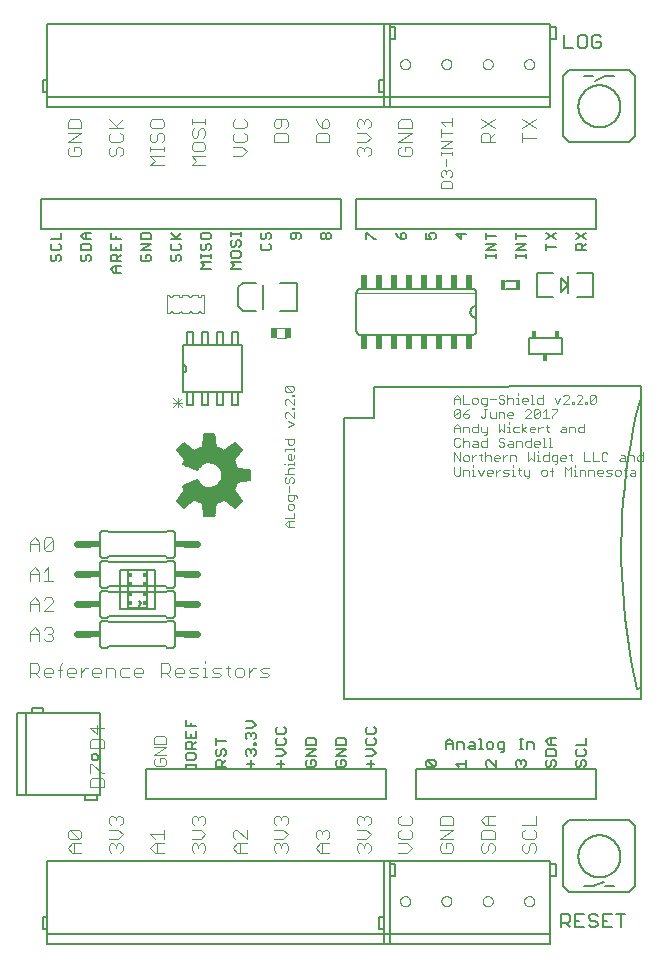
<source format=gto>
G75*
%MOIN*%
%OFA0B0*%
%FSLAX25Y25*%
%IPPOS*%
%LPD*%
%AMOC8*
5,1,8,0,0,1.08239X$1,22.5*
%
%ADD10C,0.00400*%
%ADD11C,0.00300*%
%ADD12C,0.00500*%
%ADD13C,0.00600*%
%ADD14C,0.00200*%
%ADD15R,0.02000X0.04500*%
%ADD16C,0.02400*%
%ADD17R,0.03400X0.02400*%
%ADD18C,0.00800*%
%ADD19R,0.01600X0.03400*%
%ADD20R,0.01969X0.03740*%
%ADD21R,0.01800X0.02300*%
%ADD22C,0.00004*%
%ADD23R,0.01181X0.01575*%
%ADD24C,0.00591*%
D10*
X0048946Y0039235D02*
X0050481Y0040769D01*
X0053550Y0040769D01*
X0052783Y0042304D02*
X0049713Y0042304D01*
X0048946Y0043071D01*
X0048946Y0044606D01*
X0049713Y0045373D01*
X0052783Y0042304D01*
X0053550Y0043071D01*
X0053550Y0044606D01*
X0052783Y0045373D01*
X0049713Y0045373D01*
X0051248Y0040769D02*
X0051248Y0037700D01*
X0050481Y0037700D02*
X0048946Y0039235D01*
X0050481Y0037700D02*
X0053550Y0037700D01*
X0062726Y0038467D02*
X0063493Y0037700D01*
X0062726Y0038467D02*
X0062726Y0040002D01*
X0063493Y0040769D01*
X0064260Y0040769D01*
X0065028Y0040002D01*
X0065795Y0040769D01*
X0066562Y0040769D01*
X0067330Y0040002D01*
X0067330Y0038467D01*
X0066562Y0037700D01*
X0065028Y0039235D02*
X0065028Y0040002D01*
X0065795Y0042304D02*
X0062726Y0042304D01*
X0065795Y0042304D02*
X0067330Y0043839D01*
X0065795Y0045373D01*
X0062726Y0045373D01*
X0063493Y0046908D02*
X0062726Y0047675D01*
X0062726Y0049210D01*
X0063493Y0049977D01*
X0064260Y0049977D01*
X0065028Y0049210D01*
X0065795Y0049977D01*
X0066562Y0049977D01*
X0067330Y0049210D01*
X0067330Y0047675D01*
X0066562Y0046908D01*
X0065028Y0048442D02*
X0065028Y0049210D01*
X0061050Y0059492D02*
X0061050Y0061794D01*
X0060283Y0062561D01*
X0057213Y0062561D01*
X0056446Y0061794D01*
X0056446Y0059492D01*
X0061050Y0059492D01*
X0061050Y0064096D02*
X0060283Y0064096D01*
X0057213Y0067165D01*
X0056446Y0067165D01*
X0056446Y0064096D01*
X0056446Y0072492D02*
X0056446Y0074794D01*
X0057213Y0075561D01*
X0060283Y0075561D01*
X0061050Y0074794D01*
X0061050Y0072492D01*
X0056446Y0072492D01*
X0058748Y0077096D02*
X0056446Y0079398D01*
X0061050Y0079398D01*
X0058748Y0080165D02*
X0058748Y0077096D01*
X0059470Y0096200D02*
X0057935Y0096200D01*
X0057168Y0096967D01*
X0057168Y0098502D01*
X0057935Y0099269D01*
X0059470Y0099269D01*
X0060237Y0098502D01*
X0060237Y0097735D01*
X0057168Y0097735D01*
X0055633Y0099269D02*
X0054866Y0099269D01*
X0053331Y0097735D01*
X0053331Y0099269D02*
X0053331Y0096200D01*
X0051796Y0097735D02*
X0048727Y0097735D01*
X0048727Y0098502D02*
X0049494Y0099269D01*
X0051029Y0099269D01*
X0051796Y0098502D01*
X0051796Y0097735D01*
X0051029Y0096200D02*
X0049494Y0096200D01*
X0048727Y0096967D01*
X0048727Y0098502D01*
X0047192Y0098502D02*
X0045658Y0098502D01*
X0044123Y0098502D02*
X0043356Y0099269D01*
X0041821Y0099269D01*
X0041054Y0098502D01*
X0041054Y0096967D01*
X0041821Y0096200D01*
X0043356Y0096200D01*
X0044123Y0097735D02*
X0041054Y0097735D01*
X0039519Y0098502D02*
X0039519Y0100037D01*
X0038752Y0100804D01*
X0036450Y0100804D01*
X0036450Y0096200D01*
X0036450Y0097735D02*
X0038752Y0097735D01*
X0039519Y0098502D01*
X0037985Y0097735D02*
X0039519Y0096200D01*
X0044123Y0097735D02*
X0044123Y0098502D01*
X0046425Y0100037D02*
X0047192Y0100804D01*
X0046425Y0100037D02*
X0046425Y0096200D01*
X0043356Y0108200D02*
X0041821Y0108200D01*
X0041054Y0108967D01*
X0039519Y0108200D02*
X0039519Y0111269D01*
X0037985Y0112804D01*
X0036450Y0111269D01*
X0036450Y0108200D01*
X0036450Y0110502D02*
X0039519Y0110502D01*
X0041054Y0112037D02*
X0041821Y0112804D01*
X0043356Y0112804D01*
X0044123Y0112037D01*
X0044123Y0111269D01*
X0043356Y0110502D01*
X0044123Y0109735D01*
X0044123Y0108967D01*
X0043356Y0108200D01*
X0043356Y0110502D02*
X0042589Y0110502D01*
X0044123Y0118200D02*
X0041054Y0118200D01*
X0044123Y0121269D01*
X0044123Y0122037D01*
X0043356Y0122804D01*
X0041821Y0122804D01*
X0041054Y0122037D01*
X0039519Y0121269D02*
X0039519Y0118200D01*
X0039519Y0120502D02*
X0036450Y0120502D01*
X0036450Y0121269D02*
X0036450Y0118200D01*
X0036450Y0121269D02*
X0037985Y0122804D01*
X0039519Y0121269D01*
X0039519Y0128200D02*
X0039519Y0131269D01*
X0037985Y0132804D01*
X0036450Y0131269D01*
X0036450Y0128200D01*
X0036450Y0130502D02*
X0039519Y0130502D01*
X0041054Y0131269D02*
X0042589Y0132804D01*
X0042589Y0128200D01*
X0044123Y0128200D02*
X0041054Y0128200D01*
X0041821Y0138200D02*
X0041054Y0138967D01*
X0044123Y0142037D01*
X0044123Y0138967D01*
X0043356Y0138200D01*
X0041821Y0138200D01*
X0041054Y0138967D02*
X0041054Y0142037D01*
X0041821Y0142804D01*
X0043356Y0142804D01*
X0044123Y0142037D01*
X0039519Y0141269D02*
X0039519Y0138200D01*
X0039519Y0140502D02*
X0036450Y0140502D01*
X0036450Y0141269D02*
X0037985Y0142804D01*
X0039519Y0141269D01*
X0036450Y0141269D02*
X0036450Y0138200D01*
X0061772Y0099269D02*
X0064074Y0099269D01*
X0064841Y0098502D01*
X0064841Y0096200D01*
X0066376Y0096967D02*
X0067143Y0096200D01*
X0069445Y0096200D01*
X0070979Y0096967D02*
X0070979Y0098502D01*
X0071747Y0099269D01*
X0073281Y0099269D01*
X0074049Y0098502D01*
X0074049Y0097735D01*
X0070979Y0097735D01*
X0070979Y0096967D02*
X0071747Y0096200D01*
X0073281Y0096200D01*
X0069445Y0099269D02*
X0067143Y0099269D01*
X0066376Y0098502D01*
X0066376Y0096967D01*
X0061772Y0096200D02*
X0061772Y0099269D01*
X0080187Y0097735D02*
X0082489Y0097735D01*
X0083257Y0098502D01*
X0083257Y0100037D01*
X0082489Y0100804D01*
X0080187Y0100804D01*
X0080187Y0096200D01*
X0081722Y0097735D02*
X0083257Y0096200D01*
X0084791Y0096967D02*
X0084791Y0098502D01*
X0085559Y0099269D01*
X0087093Y0099269D01*
X0087860Y0098502D01*
X0087860Y0097735D01*
X0084791Y0097735D01*
X0084791Y0096967D02*
X0085559Y0096200D01*
X0087093Y0096200D01*
X0089395Y0096200D02*
X0091697Y0096200D01*
X0092464Y0096967D01*
X0091697Y0097735D01*
X0090162Y0097735D01*
X0089395Y0098502D01*
X0090162Y0099269D01*
X0092464Y0099269D01*
X0093999Y0099269D02*
X0094766Y0099269D01*
X0094766Y0096200D01*
X0093999Y0096200D02*
X0095534Y0096200D01*
X0097068Y0096200D02*
X0099370Y0096200D01*
X0100138Y0096967D01*
X0099370Y0097735D01*
X0097836Y0097735D01*
X0097068Y0098502D01*
X0097836Y0099269D01*
X0100138Y0099269D01*
X0101672Y0099269D02*
X0103207Y0099269D01*
X0102440Y0100037D02*
X0102440Y0096967D01*
X0103207Y0096200D01*
X0104742Y0096967D02*
X0105509Y0096200D01*
X0107043Y0096200D01*
X0107811Y0096967D01*
X0107811Y0098502D01*
X0107043Y0099269D01*
X0105509Y0099269D01*
X0104742Y0098502D01*
X0104742Y0096967D01*
X0109345Y0096200D02*
X0109345Y0099269D01*
X0109345Y0097735D02*
X0110880Y0099269D01*
X0111647Y0099269D01*
X0113182Y0098502D02*
X0113949Y0099269D01*
X0116251Y0099269D01*
X0115484Y0097735D02*
X0113949Y0097735D01*
X0113182Y0098502D01*
X0113182Y0096200D02*
X0115484Y0096200D01*
X0116251Y0096967D01*
X0115484Y0097735D01*
X0094766Y0100804D02*
X0094766Y0101571D01*
X0094121Y0049977D02*
X0094889Y0049210D01*
X0094889Y0047675D01*
X0094121Y0046908D01*
X0093354Y0045373D02*
X0090285Y0045373D01*
X0091052Y0046908D02*
X0090285Y0047675D01*
X0090285Y0049210D01*
X0091052Y0049977D01*
X0091819Y0049977D01*
X0092587Y0049210D01*
X0093354Y0049977D01*
X0094121Y0049977D01*
X0092587Y0049210D02*
X0092587Y0048442D01*
X0093354Y0045373D02*
X0094889Y0043839D01*
X0093354Y0042304D01*
X0090285Y0042304D01*
X0091052Y0040769D02*
X0091819Y0040769D01*
X0092587Y0040002D01*
X0093354Y0040769D01*
X0094121Y0040769D01*
X0094889Y0040002D01*
X0094889Y0038467D01*
X0094121Y0037700D01*
X0092587Y0039235D02*
X0092587Y0040002D01*
X0091052Y0040769D02*
X0090285Y0040002D01*
X0090285Y0038467D01*
X0091052Y0037700D01*
X0081109Y0037700D02*
X0078040Y0037700D01*
X0076505Y0039235D01*
X0078040Y0040769D01*
X0081109Y0040769D01*
X0081109Y0042304D02*
X0081109Y0045373D01*
X0081109Y0043839D02*
X0076505Y0043839D01*
X0078040Y0042304D01*
X0078807Y0040769D02*
X0078807Y0037700D01*
X0104064Y0039235D02*
X0105599Y0037700D01*
X0108668Y0037700D01*
X0106366Y0037700D02*
X0106366Y0040769D01*
X0105599Y0040769D02*
X0108668Y0040769D01*
X0108668Y0042304D02*
X0105599Y0045373D01*
X0104832Y0045373D01*
X0104064Y0044606D01*
X0104064Y0043071D01*
X0104832Y0042304D01*
X0105599Y0040769D02*
X0104064Y0039235D01*
X0108668Y0042304D02*
X0108668Y0045373D01*
X0117844Y0045373D02*
X0120913Y0045373D01*
X0122448Y0043839D01*
X0120913Y0042304D01*
X0117844Y0042304D01*
X0118611Y0040769D02*
X0119378Y0040769D01*
X0120146Y0040002D01*
X0120913Y0040769D01*
X0121680Y0040769D01*
X0122448Y0040002D01*
X0122448Y0038467D01*
X0121680Y0037700D01*
X0120146Y0039235D02*
X0120146Y0040002D01*
X0118611Y0040769D02*
X0117844Y0040002D01*
X0117844Y0038467D01*
X0118611Y0037700D01*
X0118611Y0046908D02*
X0117844Y0047675D01*
X0117844Y0049210D01*
X0118611Y0049977D01*
X0119378Y0049977D01*
X0120146Y0049210D01*
X0120913Y0049977D01*
X0121680Y0049977D01*
X0122448Y0049210D01*
X0122448Y0047675D01*
X0121680Y0046908D01*
X0120146Y0048442D02*
X0120146Y0049210D01*
X0131623Y0044606D02*
X0131623Y0043071D01*
X0132391Y0042304D01*
X0133158Y0040769D02*
X0136227Y0040769D01*
X0135460Y0042304D02*
X0136227Y0043071D01*
X0136227Y0044606D01*
X0135460Y0045373D01*
X0134693Y0045373D01*
X0133925Y0044606D01*
X0133925Y0043839D01*
X0133925Y0044606D02*
X0133158Y0045373D01*
X0132391Y0045373D01*
X0131623Y0044606D01*
X0133158Y0040769D02*
X0131623Y0039235D01*
X0133158Y0037700D01*
X0136227Y0037700D01*
X0133925Y0037700D02*
X0133925Y0040769D01*
X0145403Y0040002D02*
X0146170Y0040769D01*
X0146937Y0040769D01*
X0147705Y0040002D01*
X0148472Y0040769D01*
X0149239Y0040769D01*
X0150007Y0040002D01*
X0150007Y0038467D01*
X0149239Y0037700D01*
X0147705Y0039235D02*
X0147705Y0040002D01*
X0145403Y0040002D02*
X0145403Y0038467D01*
X0146170Y0037700D01*
X0145403Y0042304D02*
X0148472Y0042304D01*
X0150007Y0043839D01*
X0148472Y0045373D01*
X0145403Y0045373D01*
X0146170Y0046908D02*
X0145403Y0047675D01*
X0145403Y0049210D01*
X0146170Y0049977D01*
X0146937Y0049977D01*
X0147705Y0049210D01*
X0148472Y0049977D01*
X0149239Y0049977D01*
X0150007Y0049210D01*
X0150007Y0047675D01*
X0149239Y0046908D01*
X0147705Y0048442D02*
X0147705Y0049210D01*
X0159182Y0049210D02*
X0159182Y0047675D01*
X0159950Y0046908D01*
X0163019Y0046908D01*
X0163786Y0047675D01*
X0163786Y0049210D01*
X0163019Y0049977D01*
X0159950Y0049977D02*
X0159182Y0049210D01*
X0159950Y0045373D02*
X0159182Y0044606D01*
X0159182Y0043071D01*
X0159950Y0042304D01*
X0163019Y0042304D01*
X0163786Y0043071D01*
X0163786Y0044606D01*
X0163019Y0045373D01*
X0162252Y0040769D02*
X0159182Y0040769D01*
X0159182Y0037700D02*
X0162252Y0037700D01*
X0163786Y0039235D01*
X0162252Y0040769D01*
X0172962Y0040002D02*
X0172962Y0038467D01*
X0173729Y0037700D01*
X0176798Y0037700D01*
X0177566Y0038467D01*
X0177566Y0040002D01*
X0176798Y0040769D01*
X0175264Y0040769D01*
X0175264Y0039235D01*
X0173729Y0040769D02*
X0172962Y0040002D01*
X0172962Y0042304D02*
X0177566Y0045373D01*
X0172962Y0045373D01*
X0172962Y0046908D02*
X0172962Y0049210D01*
X0173729Y0049977D01*
X0176798Y0049977D01*
X0177566Y0049210D01*
X0177566Y0046908D01*
X0172962Y0046908D01*
X0172962Y0042304D02*
X0177566Y0042304D01*
X0186741Y0042304D02*
X0186741Y0044606D01*
X0187509Y0045373D01*
X0190578Y0045373D01*
X0191345Y0044606D01*
X0191345Y0042304D01*
X0186741Y0042304D01*
X0187509Y0040769D02*
X0186741Y0040002D01*
X0186741Y0038467D01*
X0187509Y0037700D01*
X0188276Y0037700D01*
X0189043Y0038467D01*
X0189043Y0040002D01*
X0189811Y0040769D01*
X0190578Y0040769D01*
X0191345Y0040002D01*
X0191345Y0038467D01*
X0190578Y0037700D01*
X0191345Y0046908D02*
X0188276Y0046908D01*
X0186741Y0048442D01*
X0188276Y0049977D01*
X0191345Y0049977D01*
X0189043Y0049977D02*
X0189043Y0046908D01*
X0200521Y0046908D02*
X0205125Y0046908D01*
X0205125Y0049977D01*
X0204357Y0045373D02*
X0205125Y0044606D01*
X0205125Y0043071D01*
X0204357Y0042304D01*
X0201288Y0042304D01*
X0200521Y0043071D01*
X0200521Y0044606D01*
X0201288Y0045373D01*
X0201288Y0040769D02*
X0200521Y0040002D01*
X0200521Y0038467D01*
X0201288Y0037700D01*
X0202056Y0037700D01*
X0202823Y0038467D01*
X0202823Y0040002D01*
X0203590Y0040769D01*
X0204357Y0040769D01*
X0205125Y0040002D01*
X0205125Y0038467D01*
X0204357Y0037700D01*
X0121652Y0209350D02*
X0118848Y0209350D01*
X0118848Y0212701D02*
X0121652Y0212701D01*
X0094352Y0217547D02*
X0093565Y0217547D01*
X0093563Y0217592D01*
X0093558Y0217636D01*
X0093548Y0217680D01*
X0093536Y0217723D01*
X0093519Y0217764D01*
X0093500Y0217804D01*
X0093477Y0217843D01*
X0093451Y0217879D01*
X0093422Y0217913D01*
X0093390Y0217945D01*
X0093356Y0217974D01*
X0093320Y0218000D01*
X0093281Y0218023D01*
X0093241Y0218042D01*
X0093200Y0218059D01*
X0093157Y0218071D01*
X0093113Y0218081D01*
X0093069Y0218086D01*
X0093024Y0218088D01*
X0092979Y0218086D01*
X0092935Y0218081D01*
X0092891Y0218071D01*
X0092848Y0218059D01*
X0092807Y0218042D01*
X0092767Y0218023D01*
X0092728Y0218000D01*
X0092692Y0217974D01*
X0092658Y0217945D01*
X0092626Y0217913D01*
X0092597Y0217879D01*
X0092571Y0217843D01*
X0092548Y0217804D01*
X0092529Y0217764D01*
X0092512Y0217723D01*
X0092500Y0217680D01*
X0092490Y0217636D01*
X0092485Y0217592D01*
X0092483Y0217547D01*
X0092482Y0217547D02*
X0090415Y0217547D01*
X0090413Y0217592D01*
X0090408Y0217636D01*
X0090398Y0217680D01*
X0090386Y0217723D01*
X0090369Y0217764D01*
X0090350Y0217804D01*
X0090327Y0217843D01*
X0090301Y0217879D01*
X0090272Y0217913D01*
X0090240Y0217945D01*
X0090206Y0217974D01*
X0090170Y0218000D01*
X0090131Y0218023D01*
X0090091Y0218042D01*
X0090050Y0218059D01*
X0090007Y0218071D01*
X0089963Y0218081D01*
X0089919Y0218086D01*
X0089874Y0218088D01*
X0089829Y0218086D01*
X0089785Y0218081D01*
X0089741Y0218071D01*
X0089698Y0218059D01*
X0089657Y0218042D01*
X0089617Y0218023D01*
X0089578Y0218000D01*
X0089542Y0217974D01*
X0089508Y0217945D01*
X0089476Y0217913D01*
X0089447Y0217879D01*
X0089421Y0217843D01*
X0089398Y0217804D01*
X0089379Y0217764D01*
X0089362Y0217723D01*
X0089350Y0217680D01*
X0089340Y0217636D01*
X0089335Y0217592D01*
X0089333Y0217547D01*
X0087266Y0217547D01*
X0087265Y0217547D02*
X0087263Y0217592D01*
X0087258Y0217636D01*
X0087248Y0217680D01*
X0087236Y0217723D01*
X0087219Y0217764D01*
X0087200Y0217804D01*
X0087177Y0217843D01*
X0087151Y0217879D01*
X0087122Y0217913D01*
X0087090Y0217945D01*
X0087056Y0217974D01*
X0087020Y0218000D01*
X0086981Y0218023D01*
X0086941Y0218042D01*
X0086900Y0218059D01*
X0086857Y0218071D01*
X0086813Y0218081D01*
X0086769Y0218086D01*
X0086724Y0218088D01*
X0086679Y0218086D01*
X0086635Y0218081D01*
X0086591Y0218071D01*
X0086548Y0218059D01*
X0086507Y0218042D01*
X0086467Y0218023D01*
X0086428Y0218000D01*
X0086392Y0217974D01*
X0086358Y0217945D01*
X0086326Y0217913D01*
X0086297Y0217879D01*
X0086271Y0217843D01*
X0086248Y0217804D01*
X0086229Y0217764D01*
X0086212Y0217723D01*
X0086200Y0217680D01*
X0086190Y0217636D01*
X0086185Y0217592D01*
X0086183Y0217547D01*
X0084116Y0217547D01*
X0084114Y0217592D01*
X0084109Y0217636D01*
X0084099Y0217680D01*
X0084087Y0217723D01*
X0084070Y0217764D01*
X0084051Y0217804D01*
X0084028Y0217843D01*
X0084002Y0217879D01*
X0083973Y0217913D01*
X0083941Y0217945D01*
X0083907Y0217974D01*
X0083871Y0218000D01*
X0083832Y0218023D01*
X0083792Y0218042D01*
X0083751Y0218059D01*
X0083708Y0218071D01*
X0083664Y0218081D01*
X0083620Y0218086D01*
X0083575Y0218088D01*
X0083530Y0218086D01*
X0083486Y0218081D01*
X0083442Y0218071D01*
X0083399Y0218059D01*
X0083358Y0218042D01*
X0083318Y0218023D01*
X0083279Y0218000D01*
X0083243Y0217974D01*
X0083209Y0217945D01*
X0083177Y0217913D01*
X0083148Y0217879D01*
X0083122Y0217843D01*
X0083099Y0217804D01*
X0083080Y0217764D01*
X0083063Y0217723D01*
X0083051Y0217680D01*
X0083041Y0217636D01*
X0083036Y0217592D01*
X0083034Y0217547D01*
X0083033Y0217547D02*
X0082148Y0217547D01*
X0082148Y0223453D01*
X0082935Y0223453D01*
X0082937Y0223408D01*
X0082942Y0223364D01*
X0082952Y0223320D01*
X0082964Y0223277D01*
X0082981Y0223236D01*
X0083000Y0223196D01*
X0083023Y0223157D01*
X0083049Y0223121D01*
X0083078Y0223087D01*
X0083110Y0223055D01*
X0083144Y0223026D01*
X0083180Y0223000D01*
X0083219Y0222977D01*
X0083259Y0222958D01*
X0083300Y0222941D01*
X0083343Y0222929D01*
X0083387Y0222919D01*
X0083431Y0222914D01*
X0083476Y0222912D01*
X0083521Y0222914D01*
X0083565Y0222919D01*
X0083609Y0222929D01*
X0083652Y0222941D01*
X0083693Y0222958D01*
X0083733Y0222977D01*
X0083772Y0223000D01*
X0083808Y0223026D01*
X0083842Y0223055D01*
X0083874Y0223087D01*
X0083903Y0223121D01*
X0083929Y0223157D01*
X0083952Y0223196D01*
X0083971Y0223236D01*
X0083988Y0223277D01*
X0084000Y0223320D01*
X0084010Y0223364D01*
X0084015Y0223408D01*
X0084017Y0223453D01*
X0084018Y0223453D02*
X0086085Y0223453D01*
X0086087Y0223408D01*
X0086092Y0223364D01*
X0086102Y0223320D01*
X0086114Y0223277D01*
X0086131Y0223236D01*
X0086150Y0223196D01*
X0086173Y0223157D01*
X0086199Y0223121D01*
X0086228Y0223087D01*
X0086260Y0223055D01*
X0086294Y0223026D01*
X0086330Y0223000D01*
X0086369Y0222977D01*
X0086409Y0222958D01*
X0086450Y0222941D01*
X0086493Y0222929D01*
X0086537Y0222919D01*
X0086581Y0222914D01*
X0086626Y0222912D01*
X0086671Y0222914D01*
X0086715Y0222919D01*
X0086759Y0222929D01*
X0086802Y0222941D01*
X0086843Y0222958D01*
X0086883Y0222977D01*
X0086922Y0223000D01*
X0086958Y0223026D01*
X0086992Y0223055D01*
X0087024Y0223087D01*
X0087053Y0223121D01*
X0087079Y0223157D01*
X0087102Y0223196D01*
X0087121Y0223236D01*
X0087138Y0223277D01*
X0087150Y0223320D01*
X0087160Y0223364D01*
X0087165Y0223408D01*
X0087167Y0223453D01*
X0089234Y0223453D01*
X0089235Y0223453D02*
X0089237Y0223408D01*
X0089242Y0223364D01*
X0089252Y0223320D01*
X0089264Y0223277D01*
X0089281Y0223236D01*
X0089300Y0223196D01*
X0089323Y0223157D01*
X0089349Y0223121D01*
X0089378Y0223087D01*
X0089410Y0223055D01*
X0089444Y0223026D01*
X0089480Y0223000D01*
X0089519Y0222977D01*
X0089559Y0222958D01*
X0089600Y0222941D01*
X0089643Y0222929D01*
X0089687Y0222919D01*
X0089731Y0222914D01*
X0089776Y0222912D01*
X0089821Y0222914D01*
X0089865Y0222919D01*
X0089909Y0222929D01*
X0089952Y0222941D01*
X0089993Y0222958D01*
X0090033Y0222977D01*
X0090072Y0223000D01*
X0090108Y0223026D01*
X0090142Y0223055D01*
X0090174Y0223087D01*
X0090203Y0223121D01*
X0090229Y0223157D01*
X0090252Y0223196D01*
X0090271Y0223236D01*
X0090288Y0223277D01*
X0090300Y0223320D01*
X0090310Y0223364D01*
X0090315Y0223408D01*
X0090317Y0223453D01*
X0092384Y0223453D01*
X0092386Y0223408D01*
X0092391Y0223364D01*
X0092401Y0223320D01*
X0092413Y0223277D01*
X0092430Y0223236D01*
X0092449Y0223196D01*
X0092472Y0223157D01*
X0092498Y0223121D01*
X0092527Y0223087D01*
X0092559Y0223055D01*
X0092593Y0223026D01*
X0092629Y0223000D01*
X0092668Y0222977D01*
X0092708Y0222958D01*
X0092749Y0222941D01*
X0092792Y0222929D01*
X0092836Y0222919D01*
X0092880Y0222914D01*
X0092925Y0222912D01*
X0092970Y0222914D01*
X0093014Y0222919D01*
X0093058Y0222929D01*
X0093101Y0222941D01*
X0093142Y0222958D01*
X0093182Y0222977D01*
X0093221Y0223000D01*
X0093257Y0223026D01*
X0093291Y0223055D01*
X0093323Y0223087D01*
X0093352Y0223121D01*
X0093378Y0223157D01*
X0093401Y0223196D01*
X0093420Y0223236D01*
X0093437Y0223277D01*
X0093449Y0223320D01*
X0093459Y0223364D01*
X0093464Y0223408D01*
X0093466Y0223453D01*
X0093467Y0223453D02*
X0094352Y0223453D01*
X0094352Y0217547D01*
X0094889Y0266819D02*
X0090285Y0266819D01*
X0091819Y0268354D01*
X0090285Y0269888D01*
X0094889Y0269888D01*
X0094121Y0271423D02*
X0094889Y0272190D01*
X0094889Y0273725D01*
X0094121Y0274492D01*
X0091052Y0274492D01*
X0090285Y0273725D01*
X0090285Y0272190D01*
X0091052Y0271423D01*
X0094121Y0271423D01*
X0094121Y0276027D02*
X0094889Y0276794D01*
X0094889Y0278329D01*
X0094121Y0279096D01*
X0093354Y0279096D01*
X0092587Y0278329D01*
X0092587Y0276794D01*
X0091819Y0276027D01*
X0091052Y0276027D01*
X0090285Y0276794D01*
X0090285Y0278329D01*
X0091052Y0279096D01*
X0090285Y0280631D02*
X0090285Y0282165D01*
X0090285Y0281398D02*
X0094889Y0281398D01*
X0094889Y0280631D02*
X0094889Y0282165D01*
X0104064Y0281398D02*
X0104064Y0279863D01*
X0104832Y0279096D01*
X0107901Y0279096D01*
X0108668Y0279863D01*
X0108668Y0281398D01*
X0107901Y0282165D01*
X0104832Y0282165D02*
X0104064Y0281398D01*
X0104832Y0277561D02*
X0104064Y0276794D01*
X0104064Y0275259D01*
X0104832Y0274492D01*
X0107901Y0274492D01*
X0108668Y0275259D01*
X0108668Y0276794D01*
X0107901Y0277561D01*
X0107133Y0272957D02*
X0104064Y0272957D01*
X0104064Y0269888D02*
X0107133Y0269888D01*
X0108668Y0271423D01*
X0107133Y0272957D01*
X0117844Y0274492D02*
X0117844Y0276794D01*
X0118611Y0277561D01*
X0121680Y0277561D01*
X0122448Y0276794D01*
X0122448Y0274492D01*
X0117844Y0274492D01*
X0118611Y0279096D02*
X0119378Y0279096D01*
X0120146Y0279863D01*
X0120146Y0282165D01*
X0121680Y0282165D02*
X0118611Y0282165D01*
X0117844Y0281398D01*
X0117844Y0279863D01*
X0118611Y0279096D01*
X0121680Y0279096D02*
X0122448Y0279863D01*
X0122448Y0281398D01*
X0121680Y0282165D01*
X0131623Y0282165D02*
X0132391Y0280631D01*
X0133925Y0279096D01*
X0133925Y0281398D01*
X0134693Y0282165D01*
X0135460Y0282165D01*
X0136227Y0281398D01*
X0136227Y0279863D01*
X0135460Y0279096D01*
X0133925Y0279096D01*
X0135460Y0277561D02*
X0132391Y0277561D01*
X0131623Y0276794D01*
X0131623Y0274492D01*
X0136227Y0274492D01*
X0136227Y0276794D01*
X0135460Y0277561D01*
X0145403Y0277561D02*
X0148472Y0277561D01*
X0150007Y0276027D01*
X0148472Y0274492D01*
X0145403Y0274492D01*
X0146170Y0272957D02*
X0146937Y0272957D01*
X0147705Y0272190D01*
X0148472Y0272957D01*
X0149239Y0272957D01*
X0150007Y0272190D01*
X0150007Y0270656D01*
X0149239Y0269888D01*
X0147705Y0271423D02*
X0147705Y0272190D01*
X0146170Y0272957D02*
X0145403Y0272190D01*
X0145403Y0270656D01*
X0146170Y0269888D01*
X0146170Y0279096D02*
X0145403Y0279863D01*
X0145403Y0281398D01*
X0146170Y0282165D01*
X0146937Y0282165D01*
X0147705Y0281398D01*
X0148472Y0282165D01*
X0149239Y0282165D01*
X0150007Y0281398D01*
X0150007Y0279863D01*
X0149239Y0279096D01*
X0147705Y0280631D02*
X0147705Y0281398D01*
X0159182Y0281398D02*
X0159182Y0279096D01*
X0163786Y0279096D01*
X0163786Y0281398D01*
X0163019Y0282165D01*
X0159950Y0282165D01*
X0159182Y0281398D01*
X0159182Y0277561D02*
X0163786Y0277561D01*
X0159182Y0274492D01*
X0163786Y0274492D01*
X0163019Y0272957D02*
X0161484Y0272957D01*
X0161484Y0271423D01*
X0159950Y0272957D02*
X0159182Y0272190D01*
X0159182Y0270656D01*
X0159950Y0269888D01*
X0163019Y0269888D01*
X0163786Y0270656D01*
X0163786Y0272190D01*
X0163019Y0272957D01*
X0186741Y0274492D02*
X0186741Y0276794D01*
X0187509Y0277561D01*
X0189043Y0277561D01*
X0189811Y0276794D01*
X0189811Y0274492D01*
X0191345Y0274492D02*
X0186741Y0274492D01*
X0189811Y0276027D02*
X0191345Y0277561D01*
X0191345Y0279096D02*
X0186741Y0282165D01*
X0186741Y0279096D02*
X0191345Y0282165D01*
X0200521Y0282165D02*
X0205125Y0279096D01*
X0205125Y0276027D02*
X0200521Y0276027D01*
X0200521Y0277561D02*
X0200521Y0274492D01*
X0200521Y0279096D02*
X0205125Y0282165D01*
X0081109Y0281398D02*
X0080342Y0282165D01*
X0077272Y0282165D01*
X0076505Y0281398D01*
X0076505Y0279863D01*
X0077272Y0279096D01*
X0080342Y0279096D01*
X0081109Y0279863D01*
X0081109Y0281398D01*
X0080342Y0277561D02*
X0081109Y0276794D01*
X0081109Y0275259D01*
X0080342Y0274492D01*
X0081109Y0272957D02*
X0081109Y0271423D01*
X0081109Y0272190D02*
X0076505Y0272190D01*
X0076505Y0271423D02*
X0076505Y0272957D01*
X0077272Y0274492D02*
X0076505Y0275259D01*
X0076505Y0276794D01*
X0077272Y0277561D01*
X0078807Y0276794D02*
X0079574Y0277561D01*
X0080342Y0277561D01*
X0078807Y0276794D02*
X0078807Y0275259D01*
X0078040Y0274492D01*
X0077272Y0274492D01*
X0076505Y0269888D02*
X0081109Y0269888D01*
X0081109Y0266819D02*
X0076505Y0266819D01*
X0078040Y0268354D01*
X0076505Y0269888D01*
X0067330Y0270656D02*
X0066562Y0269888D01*
X0067330Y0270656D02*
X0067330Y0272190D01*
X0066562Y0272957D01*
X0065795Y0272957D01*
X0065028Y0272190D01*
X0065028Y0270656D01*
X0064260Y0269888D01*
X0063493Y0269888D01*
X0062726Y0270656D01*
X0062726Y0272190D01*
X0063493Y0272957D01*
X0063493Y0274492D02*
X0066562Y0274492D01*
X0067330Y0275259D01*
X0067330Y0276794D01*
X0066562Y0277561D01*
X0065795Y0279096D02*
X0062726Y0282165D01*
X0062726Y0279096D02*
X0067330Y0279096D01*
X0065028Y0279863D02*
X0067330Y0282165D01*
X0063493Y0277561D02*
X0062726Y0276794D01*
X0062726Y0275259D01*
X0063493Y0274492D01*
X0053550Y0274492D02*
X0048946Y0274492D01*
X0053550Y0277561D01*
X0048946Y0277561D01*
X0048946Y0279096D02*
X0048946Y0281398D01*
X0049713Y0282165D01*
X0052783Y0282165D01*
X0053550Y0281398D01*
X0053550Y0279096D01*
X0048946Y0279096D01*
X0049713Y0272957D02*
X0048946Y0272190D01*
X0048946Y0270656D01*
X0049713Y0269888D01*
X0052783Y0269888D01*
X0053550Y0270656D01*
X0053550Y0272190D01*
X0052783Y0272957D01*
X0051248Y0272957D01*
X0051248Y0271423D01*
D11*
X0084080Y0189286D02*
X0087216Y0186150D01*
X0084080Y0189286D01*
X0084080Y0187718D02*
X0087216Y0187718D01*
X0084080Y0187718D01*
X0084080Y0186150D02*
X0087216Y0189286D01*
X0084080Y0186150D01*
X0085648Y0186150D02*
X0085648Y0189286D01*
X0085648Y0186150D01*
X0120964Y0167259D02*
X0121448Y0167259D01*
X0122415Y0167259D02*
X0124350Y0167259D01*
X0124350Y0166776D02*
X0124350Y0167743D01*
X0123866Y0168740D02*
X0122899Y0168740D01*
X0122415Y0169224D01*
X0122415Y0170191D01*
X0122899Y0170675D01*
X0123383Y0170675D01*
X0123383Y0168740D01*
X0123866Y0168740D02*
X0124350Y0169224D01*
X0124350Y0170191D01*
X0124350Y0171686D02*
X0124350Y0172654D01*
X0124350Y0172170D02*
X0121448Y0172170D01*
X0121448Y0171686D01*
X0122899Y0173651D02*
X0122415Y0174135D01*
X0122415Y0175586D01*
X0121448Y0175586D02*
X0124350Y0175586D01*
X0124350Y0174135D01*
X0123866Y0173651D01*
X0122899Y0173651D01*
X0122415Y0179544D02*
X0124350Y0180511D01*
X0122415Y0181479D01*
X0121931Y0182490D02*
X0121448Y0182974D01*
X0121448Y0183942D01*
X0121931Y0184425D01*
X0122415Y0184425D01*
X0124350Y0182490D01*
X0124350Y0184425D01*
X0124350Y0185437D02*
X0123866Y0185437D01*
X0123866Y0185921D01*
X0124350Y0185921D01*
X0124350Y0185437D01*
X0124350Y0186910D02*
X0122415Y0188845D01*
X0121931Y0188845D01*
X0121448Y0188361D01*
X0121448Y0187394D01*
X0121931Y0186910D01*
X0124350Y0186910D02*
X0124350Y0188845D01*
X0124350Y0189857D02*
X0124350Y0190340D01*
X0123866Y0190340D01*
X0123866Y0189857D01*
X0124350Y0189857D01*
X0123866Y0191330D02*
X0121931Y0193265D01*
X0123866Y0193265D01*
X0124350Y0192781D01*
X0124350Y0191814D01*
X0123866Y0191330D01*
X0121931Y0191330D01*
X0121448Y0191814D01*
X0121448Y0192781D01*
X0121931Y0193265D01*
X0122415Y0167259D02*
X0122415Y0166776D01*
X0122899Y0165764D02*
X0124350Y0165764D01*
X0122899Y0165764D02*
X0122415Y0165280D01*
X0122415Y0164313D01*
X0122899Y0163829D01*
X0123383Y0162818D02*
X0123866Y0162818D01*
X0124350Y0162334D01*
X0124350Y0161366D01*
X0123866Y0160883D01*
X0122899Y0161366D02*
X0122899Y0162334D01*
X0123383Y0162818D01*
X0124350Y0163829D02*
X0121448Y0163829D01*
X0121931Y0162818D02*
X0121448Y0162334D01*
X0121448Y0161366D01*
X0121931Y0160883D01*
X0122415Y0160883D01*
X0122899Y0161366D01*
X0122899Y0159871D02*
X0122899Y0157936D01*
X0122415Y0156925D02*
X0122415Y0155473D01*
X0122899Y0154990D01*
X0123866Y0154990D01*
X0124350Y0155473D01*
X0124350Y0156925D01*
X0124834Y0156925D02*
X0122415Y0156925D01*
X0124834Y0156925D02*
X0125317Y0156441D01*
X0125317Y0155957D01*
X0123866Y0153978D02*
X0122899Y0153978D01*
X0122415Y0153494D01*
X0122415Y0152527D01*
X0122899Y0152043D01*
X0123866Y0152043D01*
X0124350Y0152527D01*
X0124350Y0153494D01*
X0123866Y0153978D01*
X0124350Y0151031D02*
X0124350Y0149097D01*
X0121448Y0149097D01*
X0122415Y0148085D02*
X0124350Y0148085D01*
X0122899Y0148085D02*
X0122899Y0146150D01*
X0122415Y0146150D02*
X0121448Y0147117D01*
X0122415Y0148085D01*
X0122415Y0146150D02*
X0124350Y0146150D01*
X0177900Y0163884D02*
X0178384Y0163400D01*
X0179351Y0163400D01*
X0179835Y0163884D01*
X0179835Y0166302D01*
X0180847Y0165335D02*
X0182298Y0165335D01*
X0182781Y0164851D01*
X0182781Y0163400D01*
X0183793Y0163400D02*
X0184761Y0163400D01*
X0184277Y0163400D02*
X0184277Y0165335D01*
X0183793Y0165335D01*
X0184277Y0166302D02*
X0184277Y0166786D01*
X0183793Y0168200D02*
X0183793Y0170135D01*
X0184761Y0170135D02*
X0185244Y0170135D01*
X0184761Y0170135D02*
X0183793Y0169167D01*
X0182781Y0168684D02*
X0182298Y0168200D01*
X0181330Y0168200D01*
X0180847Y0168684D01*
X0180847Y0169651D01*
X0181330Y0170135D01*
X0182298Y0170135D01*
X0182781Y0169651D01*
X0182781Y0168684D01*
X0179835Y0168200D02*
X0179835Y0171102D01*
X0177900Y0171102D02*
X0177900Y0168200D01*
X0177900Y0166302D02*
X0177900Y0163884D01*
X0180847Y0163400D02*
X0180847Y0165335D01*
X0179835Y0168200D02*
X0177900Y0171102D01*
X0178384Y0173000D02*
X0177900Y0173484D01*
X0177900Y0175419D01*
X0178384Y0175902D01*
X0179351Y0175902D01*
X0179835Y0175419D01*
X0180847Y0175902D02*
X0180847Y0173000D01*
X0179835Y0173484D02*
X0179351Y0173000D01*
X0178384Y0173000D01*
X0180847Y0174451D02*
X0181330Y0174935D01*
X0182298Y0174935D01*
X0182781Y0174451D01*
X0182781Y0173000D01*
X0183793Y0173484D02*
X0184277Y0173967D01*
X0185728Y0173967D01*
X0185728Y0174451D02*
X0185728Y0173000D01*
X0184277Y0173000D01*
X0183793Y0173484D01*
X0184277Y0174935D02*
X0185244Y0174935D01*
X0185728Y0174451D01*
X0186740Y0174451D02*
X0187223Y0174935D01*
X0188675Y0174935D01*
X0188675Y0175902D02*
X0188675Y0173000D01*
X0187223Y0173000D01*
X0186740Y0173484D01*
X0186740Y0174451D01*
X0187707Y0176833D02*
X0188191Y0176833D01*
X0188675Y0177316D01*
X0188675Y0179735D01*
X0188675Y0177800D02*
X0187223Y0177800D01*
X0186740Y0178284D01*
X0186740Y0179735D01*
X0185728Y0179735D02*
X0184277Y0179735D01*
X0183793Y0179251D01*
X0183793Y0178284D01*
X0184277Y0177800D01*
X0185728Y0177800D01*
X0185728Y0180702D01*
X0187223Y0182600D02*
X0187707Y0182600D01*
X0188191Y0183084D01*
X0188191Y0185502D01*
X0187707Y0185502D02*
X0188675Y0185502D01*
X0188191Y0186433D02*
X0188675Y0186916D01*
X0188675Y0189335D01*
X0187223Y0189335D01*
X0186740Y0188851D01*
X0186740Y0187884D01*
X0187223Y0187400D01*
X0188675Y0187400D01*
X0188191Y0186433D02*
X0187707Y0186433D01*
X0185728Y0187884D02*
X0185728Y0188851D01*
X0185244Y0189335D01*
X0184277Y0189335D01*
X0183793Y0188851D01*
X0183793Y0187884D01*
X0184277Y0187400D01*
X0185244Y0187400D01*
X0185728Y0187884D01*
X0182781Y0187400D02*
X0180847Y0187400D01*
X0180847Y0190302D01*
X0179835Y0189335D02*
X0179835Y0187400D01*
X0179835Y0188851D02*
X0177900Y0188851D01*
X0177900Y0189335D02*
X0178867Y0190302D01*
X0179835Y0189335D01*
X0177900Y0189335D02*
X0177900Y0187400D01*
X0178384Y0185502D02*
X0177900Y0185019D01*
X0177900Y0183084D01*
X0179835Y0185019D01*
X0179835Y0183084D01*
X0179351Y0182600D01*
X0178384Y0182600D01*
X0177900Y0183084D01*
X0178384Y0185502D02*
X0179351Y0185502D01*
X0179835Y0185019D01*
X0180847Y0184051D02*
X0182298Y0184051D01*
X0182781Y0183567D01*
X0182781Y0183084D01*
X0182298Y0182600D01*
X0181330Y0182600D01*
X0180847Y0183084D01*
X0180847Y0184051D01*
X0181814Y0185019D01*
X0182781Y0185502D01*
X0186740Y0183084D02*
X0187223Y0182600D01*
X0189686Y0183084D02*
X0189686Y0184535D01*
X0189686Y0183084D02*
X0190170Y0182600D01*
X0191621Y0182600D01*
X0191621Y0184535D01*
X0192633Y0184535D02*
X0194084Y0184535D01*
X0194568Y0184051D01*
X0194568Y0182600D01*
X0195579Y0183084D02*
X0195579Y0184051D01*
X0196063Y0184535D01*
X0197030Y0184535D01*
X0197514Y0184051D01*
X0197514Y0183567D01*
X0195579Y0183567D01*
X0195579Y0183084D02*
X0196063Y0182600D01*
X0197030Y0182600D01*
X0196063Y0181186D02*
X0196063Y0180702D01*
X0196063Y0179735D02*
X0196063Y0177800D01*
X0195579Y0177800D02*
X0196547Y0177800D01*
X0197543Y0178284D02*
X0198027Y0177800D01*
X0199478Y0177800D01*
X0200490Y0177800D02*
X0200490Y0180702D01*
X0199478Y0179735D02*
X0198027Y0179735D01*
X0197543Y0179251D01*
X0197543Y0178284D01*
X0196063Y0179735D02*
X0195579Y0179735D01*
X0194568Y0180702D02*
X0194568Y0177800D01*
X0193600Y0178767D01*
X0192633Y0177800D01*
X0192633Y0180702D01*
X0192633Y0182600D02*
X0192633Y0184535D01*
X0193116Y0187400D02*
X0192633Y0187884D01*
X0193116Y0187400D02*
X0194084Y0187400D01*
X0194568Y0187884D01*
X0194568Y0188367D01*
X0194084Y0188851D01*
X0193116Y0188851D01*
X0192633Y0189335D01*
X0192633Y0189819D01*
X0193116Y0190302D01*
X0194084Y0190302D01*
X0194568Y0189819D01*
X0195579Y0190302D02*
X0195579Y0187400D01*
X0195579Y0188851D02*
X0196063Y0189335D01*
X0197030Y0189335D01*
X0197514Y0188851D01*
X0197514Y0187400D01*
X0198526Y0187400D02*
X0199493Y0187400D01*
X0199009Y0187400D02*
X0199009Y0189335D01*
X0198526Y0189335D01*
X0199009Y0190302D02*
X0199009Y0190786D01*
X0200490Y0188851D02*
X0200974Y0189335D01*
X0201941Y0189335D01*
X0202425Y0188851D01*
X0202425Y0188367D01*
X0200490Y0188367D01*
X0200490Y0187884D02*
X0200490Y0188851D01*
X0200490Y0187884D02*
X0200974Y0187400D01*
X0201941Y0187400D01*
X0203436Y0187400D02*
X0204404Y0187400D01*
X0203920Y0187400D02*
X0203920Y0190302D01*
X0203436Y0190302D01*
X0205401Y0188851D02*
X0205885Y0189335D01*
X0207336Y0189335D01*
X0207336Y0190302D02*
X0207336Y0187400D01*
X0205885Y0187400D01*
X0205401Y0187884D01*
X0205401Y0188851D01*
X0205870Y0185502D02*
X0204902Y0185502D01*
X0204419Y0185019D01*
X0204419Y0183084D01*
X0206354Y0185019D01*
X0206354Y0183084D01*
X0205870Y0182600D01*
X0204902Y0182600D01*
X0204419Y0183084D01*
X0203407Y0182600D02*
X0201472Y0182600D01*
X0203407Y0184535D01*
X0203407Y0185019D01*
X0202923Y0185502D01*
X0201956Y0185502D01*
X0201472Y0185019D01*
X0205870Y0185502D02*
X0206354Y0185019D01*
X0207365Y0184535D02*
X0208333Y0185502D01*
X0208333Y0182600D01*
X0209300Y0182600D02*
X0207365Y0182600D01*
X0208831Y0180219D02*
X0208831Y0178284D01*
X0209315Y0177800D01*
X0209330Y0175902D02*
X0209813Y0175902D01*
X0209813Y0173000D01*
X0209330Y0173000D02*
X0210297Y0173000D01*
X0208333Y0173000D02*
X0207365Y0173000D01*
X0207849Y0173000D02*
X0207849Y0175902D01*
X0207365Y0175902D01*
X0206354Y0174451D02*
X0205870Y0174935D01*
X0204902Y0174935D01*
X0204419Y0174451D01*
X0204419Y0173484D01*
X0204902Y0173000D01*
X0205870Y0173000D01*
X0206354Y0173967D02*
X0204419Y0173967D01*
X0203407Y0173000D02*
X0201956Y0173000D01*
X0201472Y0173484D01*
X0201472Y0174451D01*
X0201956Y0174935D01*
X0203407Y0174935D01*
X0203407Y0175902D02*
X0203407Y0173000D01*
X0202454Y0171102D02*
X0202454Y0168200D01*
X0203422Y0169167D01*
X0204389Y0168200D01*
X0204389Y0171102D01*
X0205401Y0170135D02*
X0205885Y0170135D01*
X0205885Y0168200D01*
X0206368Y0168200D02*
X0205401Y0168200D01*
X0207365Y0168684D02*
X0207365Y0169651D01*
X0207849Y0170135D01*
X0209300Y0170135D01*
X0209300Y0171102D02*
X0209300Y0168200D01*
X0207849Y0168200D01*
X0207365Y0168684D01*
X0205885Y0171102D02*
X0205885Y0171586D01*
X0206354Y0173967D02*
X0206354Y0174451D01*
X0205892Y0177800D02*
X0205892Y0179735D01*
X0206859Y0179735D02*
X0207343Y0179735D01*
X0206859Y0179735D02*
X0205892Y0178767D01*
X0204880Y0178767D02*
X0202945Y0178767D01*
X0202945Y0178284D02*
X0202945Y0179251D01*
X0203429Y0179735D01*
X0204397Y0179735D01*
X0204880Y0179251D01*
X0204880Y0178767D01*
X0204397Y0177800D02*
X0203429Y0177800D01*
X0202945Y0178284D01*
X0201941Y0177800D02*
X0200490Y0178767D01*
X0201941Y0179735D01*
X0199977Y0174935D02*
X0200461Y0174451D01*
X0200461Y0173000D01*
X0198526Y0173000D02*
X0198526Y0174935D01*
X0199977Y0174935D01*
X0197514Y0174451D02*
X0197514Y0173000D01*
X0196063Y0173000D01*
X0195579Y0173484D01*
X0196063Y0173967D01*
X0197514Y0173967D01*
X0197514Y0174451D02*
X0197030Y0174935D01*
X0196063Y0174935D01*
X0194568Y0175419D02*
X0194084Y0175902D01*
X0193116Y0175902D01*
X0192633Y0175419D01*
X0192633Y0174935D01*
X0193116Y0174451D01*
X0194084Y0174451D01*
X0194568Y0173967D01*
X0194568Y0173484D01*
X0194084Y0173000D01*
X0193116Y0173000D01*
X0192633Y0173484D01*
X0192611Y0170135D02*
X0193094Y0169651D01*
X0193094Y0169167D01*
X0191159Y0169167D01*
X0191159Y0168684D02*
X0191159Y0169651D01*
X0191643Y0170135D01*
X0192611Y0170135D01*
X0194106Y0170135D02*
X0194106Y0168200D01*
X0194106Y0169167D02*
X0195073Y0170135D01*
X0195557Y0170135D01*
X0196561Y0170135D02*
X0196561Y0168200D01*
X0197536Y0166786D02*
X0197536Y0166302D01*
X0197536Y0165335D02*
X0197536Y0163400D01*
X0197052Y0163400D02*
X0198020Y0163400D01*
X0199500Y0163884D02*
X0199500Y0165819D01*
X0199017Y0165335D02*
X0199984Y0165335D01*
X0200981Y0165335D02*
X0200981Y0163884D01*
X0201465Y0163400D01*
X0202916Y0163400D01*
X0202916Y0162916D02*
X0202432Y0162433D01*
X0201949Y0162433D01*
X0202916Y0162916D02*
X0202916Y0165335D01*
X0199984Y0163400D02*
X0199500Y0163884D01*
X0197536Y0165335D02*
X0197052Y0165335D01*
X0196041Y0165335D02*
X0194590Y0165335D01*
X0194106Y0164851D01*
X0194590Y0164367D01*
X0195557Y0164367D01*
X0196041Y0163884D01*
X0195557Y0163400D01*
X0194106Y0163400D01*
X0193102Y0165335D02*
X0192618Y0165335D01*
X0191650Y0164367D01*
X0191650Y0163400D02*
X0191650Y0165335D01*
X0190639Y0164851D02*
X0190639Y0164367D01*
X0188704Y0164367D01*
X0188704Y0163884D02*
X0188704Y0164851D01*
X0189188Y0165335D01*
X0190155Y0165335D01*
X0190639Y0164851D01*
X0190155Y0163400D02*
X0189188Y0163400D01*
X0188704Y0163884D01*
X0187692Y0165335D02*
X0186725Y0163400D01*
X0185757Y0165335D01*
X0187216Y0168200D02*
X0186732Y0168684D01*
X0186732Y0170619D01*
X0186248Y0170135D02*
X0187216Y0170135D01*
X0188213Y0169651D02*
X0188697Y0170135D01*
X0189664Y0170135D01*
X0190148Y0169651D01*
X0190148Y0168200D01*
X0191159Y0168684D02*
X0191643Y0168200D01*
X0192611Y0168200D01*
X0188213Y0168200D02*
X0188213Y0171102D01*
X0182781Y0177800D02*
X0182781Y0179251D01*
X0182298Y0179735D01*
X0180847Y0179735D01*
X0180847Y0177800D01*
X0179835Y0177800D02*
X0179835Y0179735D01*
X0178867Y0180702D01*
X0177900Y0179735D01*
X0177900Y0177800D01*
X0177900Y0179251D02*
X0179835Y0179251D01*
X0189686Y0188851D02*
X0191621Y0188851D01*
X0196561Y0170135D02*
X0198012Y0170135D01*
X0198496Y0169651D01*
X0198496Y0168200D01*
X0206874Y0164851D02*
X0206874Y0163884D01*
X0207358Y0163400D01*
X0208325Y0163400D01*
X0208809Y0163884D01*
X0208809Y0164851D01*
X0208325Y0165335D01*
X0207358Y0165335D01*
X0206874Y0164851D01*
X0209821Y0164851D02*
X0210788Y0164851D01*
X0210304Y0165819D02*
X0210788Y0166302D01*
X0210304Y0165819D02*
X0210304Y0163400D01*
X0211279Y0167233D02*
X0211763Y0167233D01*
X0212247Y0167716D01*
X0212247Y0170135D01*
X0210795Y0170135D01*
X0210312Y0169651D01*
X0210312Y0168684D01*
X0210795Y0168200D01*
X0212247Y0168200D01*
X0213258Y0168684D02*
X0213258Y0169651D01*
X0213742Y0170135D01*
X0214709Y0170135D01*
X0215193Y0169651D01*
X0215193Y0169167D01*
X0213258Y0169167D01*
X0213258Y0168684D02*
X0213742Y0168200D01*
X0214709Y0168200D01*
X0214731Y0166302D02*
X0215699Y0165335D01*
X0216666Y0166302D01*
X0216666Y0163400D01*
X0217678Y0163400D02*
X0218645Y0163400D01*
X0218162Y0163400D02*
X0218162Y0165335D01*
X0217678Y0165335D01*
X0218162Y0166302D02*
X0218162Y0166786D01*
X0217172Y0168200D02*
X0216688Y0168684D01*
X0216688Y0170619D01*
X0216205Y0170135D02*
X0217172Y0170135D01*
X0214731Y0166302D02*
X0214731Y0163400D01*
X0219642Y0163400D02*
X0219642Y0165335D01*
X0221094Y0165335D01*
X0221577Y0164851D01*
X0221577Y0163400D01*
X0222589Y0163400D02*
X0222589Y0165335D01*
X0224040Y0165335D01*
X0224524Y0164851D01*
X0224524Y0163400D01*
X0225535Y0163884D02*
X0225535Y0164851D01*
X0226019Y0165335D01*
X0226987Y0165335D01*
X0227470Y0164851D01*
X0227470Y0164367D01*
X0225535Y0164367D01*
X0225535Y0163884D02*
X0226019Y0163400D01*
X0226987Y0163400D01*
X0228482Y0163400D02*
X0229933Y0163400D01*
X0230417Y0163884D01*
X0229933Y0164367D01*
X0228966Y0164367D01*
X0228482Y0164851D01*
X0228966Y0165335D01*
X0230417Y0165335D01*
X0231428Y0164851D02*
X0231428Y0163884D01*
X0231912Y0163400D01*
X0232880Y0163400D01*
X0233363Y0163884D01*
X0233363Y0164851D01*
X0232880Y0165335D01*
X0231912Y0165335D01*
X0231428Y0164851D01*
X0234375Y0165335D02*
X0235342Y0165335D01*
X0234859Y0165819D02*
X0234859Y0163884D01*
X0235342Y0163400D01*
X0236339Y0163884D02*
X0236823Y0164367D01*
X0238274Y0164367D01*
X0238274Y0164851D02*
X0238274Y0163400D01*
X0236823Y0163400D01*
X0236339Y0163884D01*
X0236823Y0165335D02*
X0237791Y0165335D01*
X0238274Y0164851D01*
X0237783Y0168200D02*
X0237783Y0169651D01*
X0237299Y0170135D01*
X0235848Y0170135D01*
X0235848Y0168200D01*
X0234837Y0168200D02*
X0234837Y0169651D01*
X0234353Y0170135D01*
X0233385Y0170135D01*
X0233385Y0169167D02*
X0234837Y0169167D01*
X0234837Y0168200D02*
X0233385Y0168200D01*
X0232902Y0168684D01*
X0233385Y0169167D01*
X0228944Y0168684D02*
X0228460Y0168200D01*
X0227492Y0168200D01*
X0227009Y0168684D01*
X0227009Y0170619D01*
X0227492Y0171102D01*
X0228460Y0171102D01*
X0228944Y0170619D01*
X0225997Y0168200D02*
X0224062Y0168200D01*
X0224062Y0171102D01*
X0221116Y0171102D02*
X0221116Y0168200D01*
X0223051Y0168200D01*
X0221086Y0177800D02*
X0219635Y0177800D01*
X0219151Y0178284D01*
X0219151Y0179251D01*
X0219635Y0179735D01*
X0221086Y0179735D01*
X0221086Y0180702D02*
X0221086Y0177800D01*
X0218140Y0177800D02*
X0218140Y0179251D01*
X0217656Y0179735D01*
X0216205Y0179735D01*
X0216205Y0177800D01*
X0215193Y0177800D02*
X0215193Y0179251D01*
X0214709Y0179735D01*
X0213742Y0179735D01*
X0213742Y0178767D02*
X0215193Y0178767D01*
X0215193Y0177800D02*
X0213742Y0177800D01*
X0213258Y0178284D01*
X0213742Y0178767D01*
X0209315Y0179735D02*
X0208347Y0179735D01*
X0210312Y0182600D02*
X0210312Y0183084D01*
X0212247Y0185019D01*
X0212247Y0185502D01*
X0210312Y0185502D01*
X0212261Y0187400D02*
X0211294Y0189335D01*
X0213229Y0189335D02*
X0212261Y0187400D01*
X0214240Y0187400D02*
X0216175Y0189335D01*
X0216175Y0189819D01*
X0215692Y0190302D01*
X0214724Y0190302D01*
X0214240Y0189819D01*
X0214240Y0187400D02*
X0216175Y0187400D01*
X0217187Y0187400D02*
X0217671Y0187400D01*
X0217671Y0187884D01*
X0217187Y0187884D01*
X0217187Y0187400D01*
X0218660Y0187400D02*
X0220595Y0189335D01*
X0220595Y0189819D01*
X0220111Y0190302D01*
X0219144Y0190302D01*
X0218660Y0189819D01*
X0218660Y0187400D02*
X0220595Y0187400D01*
X0221607Y0187400D02*
X0222090Y0187400D01*
X0222090Y0187884D01*
X0221607Y0187884D01*
X0221607Y0187400D01*
X0223080Y0187884D02*
X0225015Y0189819D01*
X0225015Y0187884D01*
X0224531Y0187400D01*
X0223564Y0187400D01*
X0223080Y0187884D01*
X0223080Y0189819D01*
X0223564Y0190302D01*
X0224531Y0190302D01*
X0225015Y0189819D01*
X0239278Y0170135D02*
X0240730Y0170135D01*
X0240730Y0171102D02*
X0240730Y0168200D01*
X0239278Y0168200D01*
X0238795Y0168684D01*
X0238795Y0169651D01*
X0239278Y0170135D01*
X0177116Y0259096D02*
X0173413Y0259096D01*
X0173413Y0260947D01*
X0174030Y0261564D01*
X0176499Y0261564D01*
X0177116Y0260947D01*
X0177116Y0259096D01*
X0176499Y0262779D02*
X0177116Y0263396D01*
X0177116Y0264630D01*
X0176499Y0265248D01*
X0175881Y0265248D01*
X0175264Y0264630D01*
X0175264Y0264013D01*
X0175264Y0264630D02*
X0174647Y0265248D01*
X0174030Y0265248D01*
X0173413Y0264630D01*
X0173413Y0263396D01*
X0174030Y0262779D01*
X0175264Y0266462D02*
X0175264Y0268931D01*
X0173413Y0270145D02*
X0173413Y0271380D01*
X0173413Y0270762D02*
X0177116Y0270762D01*
X0177116Y0270145D02*
X0177116Y0271380D01*
X0177116Y0272601D02*
X0173413Y0272601D01*
X0177116Y0275069D01*
X0173413Y0275069D01*
X0173413Y0276284D02*
X0173413Y0278752D01*
X0173413Y0277518D02*
X0177116Y0277518D01*
X0177116Y0279967D02*
X0177116Y0282436D01*
X0177116Y0281201D02*
X0173413Y0281201D01*
X0174647Y0279967D01*
X0080999Y0076485D02*
X0078530Y0076485D01*
X0077913Y0075868D01*
X0077913Y0074016D01*
X0081616Y0074016D01*
X0081616Y0075868D01*
X0080999Y0076485D01*
X0081616Y0072802D02*
X0077913Y0072802D01*
X0077913Y0070333D02*
X0081616Y0072802D01*
X0081616Y0070333D02*
X0077913Y0070333D01*
X0078530Y0069119D02*
X0077913Y0068502D01*
X0077913Y0067267D01*
X0078530Y0066650D01*
X0080999Y0066650D01*
X0081616Y0067267D01*
X0081616Y0068502D01*
X0080999Y0069119D01*
X0079764Y0069119D01*
X0079764Y0067884D01*
D12*
X0075000Y0065500D02*
X0155000Y0065500D01*
X0155000Y0055500D01*
X0075000Y0055500D01*
X0075000Y0065500D01*
X0056948Y0069626D02*
X0056950Y0069693D01*
X0056956Y0069759D01*
X0056966Y0069825D01*
X0056980Y0069890D01*
X0056997Y0069954D01*
X0057019Y0070017D01*
X0057044Y0070079D01*
X0057073Y0070139D01*
X0057106Y0070197D01*
X0057141Y0070253D01*
X0057181Y0070307D01*
X0057223Y0070358D01*
X0057268Y0070407D01*
X0057316Y0070453D01*
X0057367Y0070496D01*
X0057420Y0070536D01*
X0057476Y0070573D01*
X0057534Y0070606D01*
X0057593Y0070636D01*
X0057654Y0070662D01*
X0057717Y0070685D01*
X0057781Y0070703D01*
X0057846Y0070718D01*
X0057912Y0070729D01*
X0057978Y0070736D01*
X0058044Y0070739D01*
X0058111Y0070738D01*
X0058177Y0070733D01*
X0058243Y0070724D01*
X0058309Y0070711D01*
X0058373Y0070694D01*
X0058436Y0070674D01*
X0058498Y0070649D01*
X0058559Y0070621D01*
X0058618Y0070590D01*
X0058674Y0070555D01*
X0058729Y0070517D01*
X0058781Y0070475D01*
X0058830Y0070430D01*
X0058877Y0070383D01*
X0058921Y0070333D01*
X0058961Y0070280D01*
X0058999Y0070225D01*
X0059033Y0070168D01*
X0059064Y0070109D01*
X0059091Y0070048D01*
X0059114Y0069986D01*
X0059134Y0069922D01*
X0059150Y0069857D01*
X0059162Y0069792D01*
X0059170Y0069726D01*
X0059174Y0069659D01*
X0059174Y0069593D01*
X0059170Y0069526D01*
X0059162Y0069460D01*
X0059150Y0069395D01*
X0059134Y0069330D01*
X0059114Y0069266D01*
X0059091Y0069204D01*
X0059064Y0069143D01*
X0059033Y0069084D01*
X0058999Y0069027D01*
X0058961Y0068972D01*
X0058921Y0068919D01*
X0058877Y0068869D01*
X0058830Y0068822D01*
X0058781Y0068777D01*
X0058729Y0068735D01*
X0058674Y0068697D01*
X0058617Y0068662D01*
X0058559Y0068631D01*
X0058498Y0068603D01*
X0058436Y0068578D01*
X0058373Y0068558D01*
X0058309Y0068541D01*
X0058243Y0068528D01*
X0058177Y0068519D01*
X0058111Y0068514D01*
X0058044Y0068513D01*
X0057978Y0068516D01*
X0057912Y0068523D01*
X0057846Y0068534D01*
X0057781Y0068549D01*
X0057717Y0068567D01*
X0057654Y0068590D01*
X0057593Y0068616D01*
X0057534Y0068646D01*
X0057476Y0068679D01*
X0057420Y0068716D01*
X0057367Y0068756D01*
X0057316Y0068799D01*
X0057268Y0068845D01*
X0057223Y0068894D01*
X0057181Y0068945D01*
X0057141Y0068999D01*
X0057106Y0069055D01*
X0057073Y0069113D01*
X0057044Y0069173D01*
X0057019Y0069235D01*
X0056997Y0069298D01*
X0056980Y0069362D01*
X0056966Y0069427D01*
X0056956Y0069493D01*
X0056950Y0069559D01*
X0056948Y0069626D01*
X0141250Y0089031D02*
X0141250Y0182732D01*
X0151093Y0182732D01*
X0151093Y0192969D01*
X0240069Y0193362D01*
X0240069Y0189031D01*
X0239675Y0188244D01*
X0240069Y0189031D02*
X0240069Y0092575D01*
X0238888Y0092181D01*
X0240069Y0092575D02*
X0240069Y0089031D01*
X0141250Y0089031D01*
X0165000Y0065500D02*
X0225000Y0065500D01*
X0225000Y0055500D01*
X0165000Y0055500D01*
X0165000Y0065500D01*
X0213480Y0017254D02*
X0213480Y0012750D01*
X0213480Y0014251D02*
X0215732Y0014251D01*
X0216483Y0015002D01*
X0216483Y0016503D01*
X0215732Y0017254D01*
X0213480Y0017254D01*
X0214982Y0014251D02*
X0216483Y0012750D01*
X0218084Y0012750D02*
X0218084Y0017254D01*
X0221087Y0017254D01*
X0222688Y0016503D02*
X0222688Y0015753D01*
X0223439Y0015002D01*
X0224940Y0015002D01*
X0225691Y0014251D01*
X0225691Y0013501D01*
X0224940Y0012750D01*
X0223439Y0012750D01*
X0222688Y0013501D01*
X0221087Y0012750D02*
X0218084Y0012750D01*
X0218084Y0015002D02*
X0219586Y0015002D01*
X0222688Y0016503D02*
X0223439Y0017254D01*
X0224940Y0017254D01*
X0225691Y0016503D01*
X0227292Y0017254D02*
X0227292Y0012750D01*
X0230295Y0012750D01*
X0228793Y0015002D02*
X0227292Y0015002D01*
X0227292Y0017254D02*
X0230295Y0017254D01*
X0231896Y0017254D02*
X0234899Y0017254D01*
X0233397Y0017254D02*
X0233397Y0012750D01*
X0238887Y0092181D02*
X0237846Y0096916D01*
X0236917Y0101675D01*
X0236101Y0106454D01*
X0235398Y0111251D01*
X0234809Y0116063D01*
X0234334Y0120888D01*
X0233972Y0125723D01*
X0233726Y0130565D01*
X0233593Y0135411D01*
X0233576Y0140260D01*
X0233673Y0145107D01*
X0233885Y0149951D01*
X0234211Y0154788D01*
X0234651Y0159616D01*
X0235205Y0164432D01*
X0235874Y0169234D01*
X0236655Y0174019D01*
X0237549Y0178784D01*
X0238556Y0183527D01*
X0239675Y0188244D01*
X0225000Y0245500D02*
X0145000Y0245500D01*
X0145000Y0255500D01*
X0225000Y0255500D01*
X0225000Y0245500D01*
X0224458Y0305750D02*
X0225960Y0305750D01*
X0226710Y0306501D01*
X0226710Y0308002D01*
X0225209Y0308002D01*
X0223708Y0309503D02*
X0223708Y0306501D01*
X0224458Y0305750D01*
X0222106Y0306501D02*
X0222106Y0309503D01*
X0221356Y0310254D01*
X0219855Y0310254D01*
X0219104Y0309503D01*
X0219104Y0306501D01*
X0219855Y0305750D01*
X0221356Y0305750D01*
X0222106Y0306501D01*
X0223708Y0309503D02*
X0224458Y0310254D01*
X0225960Y0310254D01*
X0226710Y0309503D01*
X0217503Y0305750D02*
X0214500Y0305750D01*
X0214500Y0310254D01*
X0140000Y0255500D02*
X0140000Y0245500D01*
X0040000Y0245500D01*
X0040000Y0255500D01*
X0140000Y0255500D01*
X0114250Y0227000D02*
X0114250Y0219000D01*
D13*
X0107050Y0206800D02*
X0087450Y0206800D01*
X0087450Y0197800D01*
X0087450Y0193400D01*
X0087450Y0191200D02*
X0107050Y0191200D01*
X0107050Y0206800D01*
X0105650Y0206800D02*
X0105650Y0211200D01*
X0103750Y0211200D01*
X0103850Y0206800D01*
X0105650Y0206800D01*
X0107050Y0204600D02*
X0107050Y0193400D01*
X0105650Y0191200D02*
X0105750Y0186800D01*
X0103850Y0186800D01*
X0103850Y0191200D01*
X0105650Y0191200D01*
X0100650Y0191200D02*
X0100750Y0186800D01*
X0098850Y0186800D01*
X0098850Y0191200D01*
X0100650Y0191200D01*
X0095650Y0191200D02*
X0095750Y0186800D01*
X0093850Y0186800D01*
X0093850Y0191200D01*
X0095650Y0191200D01*
X0090650Y0191200D02*
X0090750Y0186800D01*
X0088850Y0186800D01*
X0088850Y0191200D01*
X0090650Y0191200D01*
X0087450Y0191200D02*
X0087450Y0197800D01*
X0087450Y0204600D01*
X0088850Y0206800D02*
X0088750Y0211200D01*
X0090650Y0211200D01*
X0090650Y0206800D01*
X0088850Y0206800D01*
X0093850Y0206800D02*
X0093750Y0211200D01*
X0095650Y0211200D01*
X0095650Y0206800D01*
X0093850Y0206800D01*
X0098850Y0206800D02*
X0098750Y0211200D01*
X0100650Y0211200D01*
X0100650Y0206800D01*
X0098850Y0206800D01*
X0087350Y0200200D02*
X0087419Y0200201D01*
X0087487Y0200198D01*
X0087555Y0200191D01*
X0087623Y0200180D01*
X0087690Y0200165D01*
X0087756Y0200147D01*
X0087821Y0200125D01*
X0087885Y0200099D01*
X0087947Y0200069D01*
X0088007Y0200037D01*
X0088065Y0200000D01*
X0088121Y0199961D01*
X0088175Y0199918D01*
X0088226Y0199872D01*
X0088274Y0199824D01*
X0088320Y0199772D01*
X0088362Y0199719D01*
X0088402Y0199662D01*
X0088438Y0199604D01*
X0088471Y0199544D01*
X0088500Y0199482D01*
X0088526Y0199418D01*
X0088548Y0199353D01*
X0088566Y0199287D01*
X0088581Y0199220D01*
X0088591Y0199153D01*
X0088598Y0199084D01*
X0088601Y0199016D01*
X0088600Y0198947D01*
X0088595Y0198879D01*
X0088586Y0198811D01*
X0088573Y0198743D01*
X0088557Y0198677D01*
X0088536Y0198611D01*
X0088512Y0198547D01*
X0088485Y0198484D01*
X0088453Y0198423D01*
X0088419Y0198364D01*
X0088381Y0198307D01*
X0088340Y0198252D01*
X0088295Y0198200D01*
X0088248Y0198150D01*
X0088198Y0198103D01*
X0088146Y0198059D01*
X0088091Y0198018D01*
X0088034Y0197980D01*
X0087974Y0197945D01*
X0087913Y0197914D01*
X0087850Y0197887D01*
X0087786Y0197863D01*
X0087720Y0197843D01*
X0087654Y0197826D01*
X0087586Y0197814D01*
X0087518Y0197805D01*
X0087450Y0197800D01*
X0087518Y0197805D01*
X0087586Y0197814D01*
X0087654Y0197826D01*
X0087720Y0197843D01*
X0087786Y0197863D01*
X0087850Y0197887D01*
X0087913Y0197914D01*
X0087974Y0197945D01*
X0088034Y0197980D01*
X0088091Y0198018D01*
X0088146Y0198059D01*
X0088198Y0198103D01*
X0088248Y0198150D01*
X0088295Y0198200D01*
X0088340Y0198252D01*
X0088381Y0198307D01*
X0088419Y0198364D01*
X0088453Y0198423D01*
X0088485Y0198484D01*
X0088512Y0198547D01*
X0088536Y0198611D01*
X0088557Y0198677D01*
X0088573Y0198743D01*
X0088586Y0198811D01*
X0088595Y0198879D01*
X0088600Y0198947D01*
X0088601Y0199016D01*
X0088598Y0199084D01*
X0088591Y0199153D01*
X0088581Y0199220D01*
X0088566Y0199287D01*
X0088548Y0199353D01*
X0088526Y0199418D01*
X0088500Y0199482D01*
X0088471Y0199544D01*
X0088438Y0199604D01*
X0088402Y0199662D01*
X0088362Y0199719D01*
X0088320Y0199772D01*
X0088274Y0199824D01*
X0088226Y0199872D01*
X0088175Y0199918D01*
X0088121Y0199961D01*
X0088065Y0200000D01*
X0088007Y0200037D01*
X0087947Y0200069D01*
X0087885Y0200099D01*
X0087821Y0200125D01*
X0087756Y0200147D01*
X0087690Y0200165D01*
X0087623Y0200180D01*
X0087555Y0200191D01*
X0087487Y0200198D01*
X0087419Y0200201D01*
X0087350Y0200200D01*
X0066700Y0231067D02*
X0064431Y0231067D01*
X0063297Y0232202D01*
X0064431Y0233336D01*
X0066700Y0233336D01*
X0066700Y0234751D02*
X0063297Y0234751D01*
X0063297Y0236452D01*
X0063864Y0237019D01*
X0064999Y0237019D01*
X0065566Y0236452D01*
X0065566Y0234751D01*
X0065566Y0235885D02*
X0066700Y0237019D01*
X0066700Y0238434D02*
X0066700Y0240702D01*
X0066700Y0242117D02*
X0063297Y0242117D01*
X0063297Y0244385D01*
X0064999Y0243251D02*
X0064999Y0242117D01*
X0063297Y0240702D02*
X0063297Y0238434D01*
X0066700Y0238434D01*
X0064999Y0238434D02*
X0064999Y0239568D01*
X0064999Y0233336D02*
X0064999Y0231067D01*
X0073297Y0235318D02*
X0073864Y0234751D01*
X0076133Y0234751D01*
X0076700Y0235318D01*
X0076700Y0236452D01*
X0076133Y0237019D01*
X0074999Y0237019D01*
X0074999Y0235885D01*
X0073864Y0237019D02*
X0073297Y0236452D01*
X0073297Y0235318D01*
X0073297Y0238434D02*
X0076700Y0240702D01*
X0073297Y0240702D01*
X0073297Y0242117D02*
X0073297Y0243818D01*
X0073864Y0244385D01*
X0076133Y0244385D01*
X0076700Y0243818D01*
X0076700Y0242117D01*
X0073297Y0242117D01*
X0073297Y0238434D02*
X0076700Y0238434D01*
X0083297Y0239001D02*
X0083864Y0238434D01*
X0086133Y0238434D01*
X0086700Y0239001D01*
X0086700Y0240135D01*
X0086133Y0240702D01*
X0086700Y0242117D02*
X0083297Y0242117D01*
X0083864Y0240702D02*
X0083297Y0240135D01*
X0083297Y0239001D01*
X0083864Y0237019D02*
X0083297Y0236452D01*
X0083297Y0235318D01*
X0083864Y0234751D01*
X0084431Y0234751D01*
X0084999Y0235318D01*
X0084999Y0236452D01*
X0085566Y0237019D01*
X0086133Y0237019D01*
X0086700Y0236452D01*
X0086700Y0235318D01*
X0086133Y0234751D01*
X0093297Y0234564D02*
X0096700Y0234564D01*
X0096700Y0235978D02*
X0096700Y0237113D01*
X0096700Y0236545D02*
X0093297Y0236545D01*
X0093297Y0235978D02*
X0093297Y0237113D01*
X0093864Y0238434D02*
X0094431Y0238434D01*
X0094999Y0239001D01*
X0094999Y0240135D01*
X0095566Y0240702D01*
X0096133Y0240702D01*
X0096700Y0240135D01*
X0096700Y0239001D01*
X0096133Y0238434D01*
X0093864Y0238434D02*
X0093297Y0239001D01*
X0093297Y0240135D01*
X0093864Y0240702D01*
X0093864Y0242117D02*
X0096133Y0242117D01*
X0096700Y0242684D01*
X0096700Y0243818D01*
X0096133Y0244385D01*
X0093864Y0244385D01*
X0093297Y0243818D01*
X0093297Y0242684D01*
X0093864Y0242117D01*
X0086700Y0244385D02*
X0084999Y0242684D01*
X0085566Y0242117D02*
X0083297Y0244385D01*
X0093297Y0234564D02*
X0094431Y0233429D01*
X0093297Y0232295D01*
X0096700Y0232295D01*
X0103297Y0232295D02*
X0104431Y0233429D01*
X0103297Y0234564D01*
X0106700Y0234564D01*
X0106133Y0235978D02*
X0106700Y0236545D01*
X0106700Y0237680D01*
X0106133Y0238247D01*
X0103864Y0238247D01*
X0103297Y0237680D01*
X0103297Y0236545D01*
X0103864Y0235978D01*
X0106133Y0235978D01*
X0106133Y0239661D02*
X0106700Y0240229D01*
X0106700Y0241363D01*
X0106133Y0241930D01*
X0105566Y0241930D01*
X0104999Y0241363D01*
X0104999Y0240229D01*
X0104431Y0239661D01*
X0103864Y0239661D01*
X0103297Y0240229D01*
X0103297Y0241363D01*
X0103864Y0241930D01*
X0103297Y0243345D02*
X0103297Y0244479D01*
X0103297Y0243912D02*
X0106700Y0243912D01*
X0106700Y0243345D02*
X0106700Y0244479D01*
X0113297Y0243818D02*
X0113297Y0242684D01*
X0113864Y0242117D01*
X0114431Y0242117D01*
X0114999Y0242684D01*
X0114999Y0243818D01*
X0115566Y0244385D01*
X0116133Y0244385D01*
X0116700Y0243818D01*
X0116700Y0242684D01*
X0116133Y0242117D01*
X0116133Y0240702D02*
X0116700Y0240135D01*
X0116700Y0239001D01*
X0116133Y0238434D01*
X0113864Y0238434D01*
X0113297Y0239001D01*
X0113297Y0240135D01*
X0113864Y0240702D01*
X0113297Y0243818D02*
X0113864Y0244385D01*
X0106700Y0232295D02*
X0103297Y0232295D01*
X0123297Y0242684D02*
X0123864Y0242117D01*
X0124431Y0242117D01*
X0124999Y0242684D01*
X0124999Y0244385D01*
X0126133Y0244385D02*
X0123864Y0244385D01*
X0123297Y0243818D01*
X0123297Y0242684D01*
X0126133Y0242117D02*
X0126700Y0242684D01*
X0126700Y0243818D01*
X0126133Y0244385D01*
X0133297Y0243818D02*
X0133864Y0244385D01*
X0134431Y0244385D01*
X0134999Y0243818D01*
X0134999Y0242684D01*
X0134431Y0242117D01*
X0133864Y0242117D01*
X0133297Y0242684D01*
X0133297Y0243818D01*
X0134999Y0243818D02*
X0135566Y0244385D01*
X0136133Y0244385D01*
X0136700Y0243818D01*
X0136700Y0242684D01*
X0136133Y0242117D01*
X0135566Y0242117D01*
X0134999Y0242684D01*
X0148297Y0242117D02*
X0148297Y0244385D01*
X0148864Y0244385D01*
X0151133Y0242117D01*
X0151700Y0242117D01*
X0158297Y0244385D02*
X0158864Y0243251D01*
X0159999Y0242117D01*
X0159999Y0243818D01*
X0160566Y0244385D01*
X0161133Y0244385D01*
X0161700Y0243818D01*
X0161700Y0242684D01*
X0161133Y0242117D01*
X0159999Y0242117D01*
X0168297Y0242117D02*
X0169999Y0242117D01*
X0169431Y0243251D01*
X0169431Y0243818D01*
X0169999Y0244385D01*
X0171133Y0244385D01*
X0171700Y0243818D01*
X0171700Y0242684D01*
X0171133Y0242117D01*
X0168297Y0242117D02*
X0168297Y0244385D01*
X0178297Y0243818D02*
X0179999Y0242117D01*
X0179999Y0244385D01*
X0181700Y0243818D02*
X0178297Y0243818D01*
X0188297Y0243251D02*
X0191700Y0243251D01*
X0191700Y0240702D02*
X0188297Y0240702D01*
X0188297Y0242117D02*
X0188297Y0244385D01*
X0191700Y0240702D02*
X0188297Y0238434D01*
X0191700Y0238434D01*
X0191700Y0237113D02*
X0191700Y0235978D01*
X0191700Y0236545D02*
X0188297Y0236545D01*
X0188297Y0235978D02*
X0188297Y0237113D01*
X0195049Y0228402D02*
X0198451Y0228402D01*
X0198451Y0225598D02*
X0195049Y0225598D01*
X0185250Y0224200D02*
X0185250Y0220000D01*
X0185250Y0216000D01*
X0185250Y0211800D01*
X0185248Y0211724D01*
X0185242Y0211648D01*
X0185233Y0211573D01*
X0185219Y0211498D01*
X0185202Y0211424D01*
X0185181Y0211351D01*
X0185157Y0211279D01*
X0185128Y0211208D01*
X0185097Y0211139D01*
X0185062Y0211072D01*
X0185023Y0211007D01*
X0184981Y0210943D01*
X0184936Y0210882D01*
X0184888Y0210823D01*
X0184837Y0210767D01*
X0184783Y0210713D01*
X0184727Y0210662D01*
X0184668Y0210614D01*
X0184607Y0210569D01*
X0184543Y0210527D01*
X0184478Y0210488D01*
X0184411Y0210453D01*
X0184342Y0210422D01*
X0184271Y0210393D01*
X0184199Y0210369D01*
X0184126Y0210348D01*
X0184052Y0210331D01*
X0183977Y0210317D01*
X0183902Y0210308D01*
X0183826Y0210302D01*
X0183750Y0210300D01*
X0146750Y0210300D01*
X0146674Y0210302D01*
X0146598Y0210308D01*
X0146523Y0210317D01*
X0146448Y0210331D01*
X0146374Y0210348D01*
X0146301Y0210369D01*
X0146229Y0210393D01*
X0146158Y0210422D01*
X0146089Y0210453D01*
X0146022Y0210488D01*
X0145957Y0210527D01*
X0145893Y0210569D01*
X0145832Y0210614D01*
X0145773Y0210662D01*
X0145717Y0210713D01*
X0145663Y0210767D01*
X0145612Y0210823D01*
X0145564Y0210882D01*
X0145519Y0210943D01*
X0145477Y0211007D01*
X0145438Y0211072D01*
X0145403Y0211139D01*
X0145372Y0211208D01*
X0145343Y0211279D01*
X0145319Y0211351D01*
X0145298Y0211424D01*
X0145281Y0211498D01*
X0145267Y0211573D01*
X0145258Y0211648D01*
X0145252Y0211724D01*
X0145250Y0211800D01*
X0145250Y0224200D01*
X0145252Y0224276D01*
X0145258Y0224352D01*
X0145267Y0224427D01*
X0145281Y0224502D01*
X0145298Y0224576D01*
X0145319Y0224649D01*
X0145343Y0224721D01*
X0145372Y0224792D01*
X0145403Y0224861D01*
X0145438Y0224928D01*
X0145477Y0224993D01*
X0145519Y0225057D01*
X0145564Y0225118D01*
X0145612Y0225177D01*
X0145663Y0225233D01*
X0145717Y0225287D01*
X0145773Y0225338D01*
X0145832Y0225386D01*
X0145893Y0225431D01*
X0145957Y0225473D01*
X0146022Y0225512D01*
X0146089Y0225547D01*
X0146158Y0225578D01*
X0146229Y0225607D01*
X0146301Y0225631D01*
X0146374Y0225652D01*
X0146448Y0225669D01*
X0146523Y0225683D01*
X0146598Y0225692D01*
X0146674Y0225698D01*
X0146750Y0225700D01*
X0183750Y0225700D01*
X0183826Y0225698D01*
X0183902Y0225692D01*
X0183977Y0225683D01*
X0184052Y0225669D01*
X0184126Y0225652D01*
X0184199Y0225631D01*
X0184271Y0225607D01*
X0184342Y0225578D01*
X0184411Y0225547D01*
X0184478Y0225512D01*
X0184543Y0225473D01*
X0184607Y0225431D01*
X0184668Y0225386D01*
X0184727Y0225338D01*
X0184783Y0225287D01*
X0184837Y0225233D01*
X0184888Y0225177D01*
X0184936Y0225118D01*
X0184981Y0225057D01*
X0185023Y0224993D01*
X0185062Y0224928D01*
X0185097Y0224861D01*
X0185128Y0224792D01*
X0185157Y0224721D01*
X0185181Y0224649D01*
X0185202Y0224576D01*
X0185219Y0224502D01*
X0185233Y0224427D01*
X0185242Y0224352D01*
X0185248Y0224276D01*
X0185250Y0224200D01*
X0185250Y0220000D02*
X0185162Y0219998D01*
X0185073Y0219992D01*
X0184985Y0219982D01*
X0184898Y0219969D01*
X0184811Y0219951D01*
X0184725Y0219930D01*
X0184640Y0219905D01*
X0184557Y0219876D01*
X0184474Y0219843D01*
X0184394Y0219807D01*
X0184315Y0219768D01*
X0184237Y0219725D01*
X0184162Y0219678D01*
X0184089Y0219628D01*
X0184018Y0219575D01*
X0183949Y0219519D01*
X0183883Y0219460D01*
X0183820Y0219398D01*
X0183760Y0219334D01*
X0183702Y0219267D01*
X0183648Y0219197D01*
X0183596Y0219125D01*
X0183548Y0219051D01*
X0183503Y0218974D01*
X0183462Y0218896D01*
X0183424Y0218816D01*
X0183390Y0218735D01*
X0183359Y0218652D01*
X0183332Y0218567D01*
X0183309Y0218482D01*
X0183290Y0218396D01*
X0183274Y0218308D01*
X0183262Y0218221D01*
X0183254Y0218133D01*
X0183250Y0218044D01*
X0183250Y0217956D01*
X0183254Y0217867D01*
X0183262Y0217779D01*
X0183274Y0217692D01*
X0183290Y0217604D01*
X0183309Y0217518D01*
X0183332Y0217433D01*
X0183359Y0217348D01*
X0183390Y0217265D01*
X0183424Y0217184D01*
X0183462Y0217104D01*
X0183503Y0217026D01*
X0183548Y0216949D01*
X0183596Y0216875D01*
X0183648Y0216803D01*
X0183702Y0216733D01*
X0183760Y0216666D01*
X0183820Y0216602D01*
X0183883Y0216540D01*
X0183949Y0216481D01*
X0184018Y0216425D01*
X0184089Y0216372D01*
X0184162Y0216322D01*
X0184237Y0216275D01*
X0184315Y0216232D01*
X0184394Y0216193D01*
X0184474Y0216157D01*
X0184557Y0216124D01*
X0184640Y0216095D01*
X0184725Y0216070D01*
X0184811Y0216049D01*
X0184898Y0216031D01*
X0184985Y0216018D01*
X0185073Y0216008D01*
X0185162Y0216002D01*
X0185250Y0216000D01*
X0202652Y0209098D02*
X0202652Y0203902D01*
X0213848Y0203902D01*
X0213848Y0209098D01*
X0202652Y0209098D01*
X0201700Y0235978D02*
X0201700Y0237113D01*
X0201700Y0236545D02*
X0198297Y0236545D01*
X0198297Y0235978D02*
X0198297Y0237113D01*
X0198297Y0238434D02*
X0201700Y0240702D01*
X0198297Y0240702D01*
X0198297Y0242117D02*
X0198297Y0244385D01*
X0198297Y0243251D02*
X0201700Y0243251D01*
X0201700Y0238434D02*
X0198297Y0238434D01*
X0208297Y0238434D02*
X0208297Y0240702D01*
X0208297Y0239568D02*
X0211700Y0239568D01*
X0211700Y0242117D02*
X0208297Y0244385D01*
X0208297Y0242117D02*
X0211700Y0244385D01*
X0218297Y0244385D02*
X0221700Y0242117D01*
X0221700Y0240702D02*
X0220566Y0239568D01*
X0220566Y0240135D02*
X0220566Y0238434D01*
X0221700Y0238434D02*
X0218297Y0238434D01*
X0218297Y0240135D01*
X0218864Y0240702D01*
X0219999Y0240702D01*
X0220566Y0240135D01*
X0218297Y0242117D02*
X0221700Y0244385D01*
X0151133Y0079568D02*
X0151700Y0079001D01*
X0151700Y0077867D01*
X0151133Y0077299D01*
X0148864Y0077299D01*
X0148297Y0077867D01*
X0148297Y0079001D01*
X0148864Y0079568D01*
X0148864Y0075885D02*
X0148297Y0075318D01*
X0148297Y0074183D01*
X0148864Y0073616D01*
X0151133Y0073616D01*
X0151700Y0074183D01*
X0151700Y0075318D01*
X0151133Y0075885D01*
X0150566Y0072202D02*
X0148297Y0072202D01*
X0150566Y0072202D02*
X0151700Y0071067D01*
X0150566Y0069933D01*
X0148297Y0069933D01*
X0149999Y0068519D02*
X0149999Y0066250D01*
X0151133Y0067384D02*
X0148864Y0067384D01*
X0141700Y0066817D02*
X0141700Y0067951D01*
X0141133Y0068519D01*
X0139999Y0068519D01*
X0139999Y0067384D01*
X0141133Y0066250D02*
X0141700Y0066817D01*
X0141133Y0066250D02*
X0138864Y0066250D01*
X0138297Y0066817D01*
X0138297Y0067951D01*
X0138864Y0068519D01*
X0138297Y0069933D02*
X0141700Y0072202D01*
X0138297Y0072202D01*
X0138297Y0073616D02*
X0138297Y0075318D01*
X0138864Y0075885D01*
X0141133Y0075885D01*
X0141700Y0075318D01*
X0141700Y0073616D01*
X0138297Y0073616D01*
X0138297Y0069933D02*
X0141700Y0069933D01*
X0131700Y0069933D02*
X0128297Y0069933D01*
X0131700Y0072202D01*
X0128297Y0072202D01*
X0128297Y0073616D02*
X0128297Y0075318D01*
X0128864Y0075885D01*
X0131133Y0075885D01*
X0131700Y0075318D01*
X0131700Y0073616D01*
X0128297Y0073616D01*
X0128864Y0068519D02*
X0128297Y0067951D01*
X0128297Y0066817D01*
X0128864Y0066250D01*
X0131133Y0066250D01*
X0131700Y0066817D01*
X0131700Y0067951D01*
X0131133Y0068519D01*
X0129999Y0068519D01*
X0129999Y0067384D01*
X0121700Y0071067D02*
X0120566Y0072202D01*
X0118297Y0072202D01*
X0118864Y0073616D02*
X0121133Y0073616D01*
X0121700Y0074183D01*
X0121700Y0075318D01*
X0121133Y0075885D01*
X0121133Y0077299D02*
X0118864Y0077299D01*
X0118297Y0077867D01*
X0118297Y0079001D01*
X0118864Y0079568D01*
X0121133Y0079568D02*
X0121700Y0079001D01*
X0121700Y0077867D01*
X0121133Y0077299D01*
X0118864Y0075885D02*
X0118297Y0075318D01*
X0118297Y0074183D01*
X0118864Y0073616D01*
X0118297Y0069933D02*
X0120566Y0069933D01*
X0121700Y0071067D01*
X0119999Y0068519D02*
X0119999Y0066250D01*
X0121133Y0067384D02*
X0118864Y0067384D01*
X0111700Y0070500D02*
X0111133Y0069933D01*
X0111700Y0070500D02*
X0111700Y0071635D01*
X0111133Y0072202D01*
X0110566Y0072202D01*
X0109999Y0071635D01*
X0109999Y0071067D01*
X0109999Y0071635D02*
X0109431Y0072202D01*
X0108864Y0072202D01*
X0108297Y0071635D01*
X0108297Y0070500D01*
X0108864Y0069933D01*
X0109999Y0068519D02*
X0109999Y0066250D01*
X0111133Y0067384D02*
X0108864Y0067384D01*
X0111133Y0073616D02*
X0111133Y0074183D01*
X0111700Y0074183D01*
X0111700Y0073616D01*
X0111133Y0073616D01*
X0111133Y0075458D02*
X0111700Y0076025D01*
X0111700Y0077159D01*
X0111133Y0077726D01*
X0110566Y0077726D01*
X0109999Y0077159D01*
X0109999Y0076592D01*
X0109999Y0077159D02*
X0109431Y0077726D01*
X0108864Y0077726D01*
X0108297Y0077159D01*
X0108297Y0076025D01*
X0108864Y0075458D01*
X0108297Y0079141D02*
X0110566Y0079141D01*
X0111700Y0080275D01*
X0110566Y0081410D01*
X0108297Y0081410D01*
X0101700Y0074751D02*
X0098297Y0074751D01*
X0098297Y0075885D02*
X0098297Y0073616D01*
X0098864Y0072202D02*
X0098297Y0071635D01*
X0098297Y0070500D01*
X0098864Y0069933D01*
X0099431Y0069933D01*
X0099999Y0070500D01*
X0099999Y0071635D01*
X0100566Y0072202D01*
X0101133Y0072202D01*
X0101700Y0071635D01*
X0101700Y0070500D01*
X0101133Y0069933D01*
X0101700Y0068519D02*
X0100566Y0067384D01*
X0100566Y0067951D02*
X0100566Y0066250D01*
X0101700Y0066250D02*
X0098297Y0066250D01*
X0098297Y0067951D01*
X0098864Y0068519D01*
X0099999Y0068519D01*
X0100566Y0067951D01*
X0091700Y0067384D02*
X0091700Y0066250D01*
X0091700Y0066817D02*
X0088297Y0066817D01*
X0088297Y0066250D02*
X0088297Y0067384D01*
X0088864Y0068705D02*
X0091133Y0068705D01*
X0091700Y0069273D01*
X0091700Y0070407D01*
X0091133Y0070974D01*
X0088864Y0070974D01*
X0088297Y0070407D01*
X0088297Y0069273D01*
X0088864Y0068705D01*
X0088297Y0072389D02*
X0088297Y0074090D01*
X0088864Y0074657D01*
X0089999Y0074657D01*
X0090566Y0074090D01*
X0090566Y0072389D01*
X0090566Y0073523D02*
X0091700Y0074657D01*
X0091700Y0076072D02*
X0091700Y0078340D01*
X0091700Y0079755D02*
X0088297Y0079755D01*
X0088297Y0082023D01*
X0089999Y0080889D02*
X0089999Y0079755D01*
X0088297Y0078340D02*
X0088297Y0076072D01*
X0091700Y0076072D01*
X0089999Y0076072D02*
X0089999Y0077206D01*
X0091700Y0072389D02*
X0088297Y0072389D01*
X0083750Y0106000D02*
X0082250Y0106000D01*
X0081750Y0106500D01*
X0062750Y0106500D01*
X0062250Y0106000D01*
X0060750Y0106000D01*
X0060690Y0106002D01*
X0060629Y0106007D01*
X0060570Y0106016D01*
X0060511Y0106029D01*
X0060452Y0106045D01*
X0060395Y0106065D01*
X0060340Y0106088D01*
X0060285Y0106115D01*
X0060233Y0106144D01*
X0060182Y0106177D01*
X0060133Y0106213D01*
X0060087Y0106251D01*
X0060043Y0106293D01*
X0060001Y0106337D01*
X0059963Y0106383D01*
X0059927Y0106432D01*
X0059894Y0106483D01*
X0059865Y0106535D01*
X0059838Y0106590D01*
X0059815Y0106645D01*
X0059795Y0106702D01*
X0059779Y0106761D01*
X0059766Y0106820D01*
X0059757Y0106879D01*
X0059752Y0106940D01*
X0059750Y0107000D01*
X0059750Y0114000D01*
X0059752Y0114060D01*
X0059757Y0114121D01*
X0059766Y0114180D01*
X0059779Y0114239D01*
X0059795Y0114298D01*
X0059815Y0114355D01*
X0059838Y0114410D01*
X0059865Y0114465D01*
X0059894Y0114517D01*
X0059927Y0114568D01*
X0059963Y0114617D01*
X0060001Y0114663D01*
X0060043Y0114707D01*
X0060087Y0114749D01*
X0060133Y0114787D01*
X0060182Y0114823D01*
X0060233Y0114856D01*
X0060285Y0114885D01*
X0060340Y0114912D01*
X0060395Y0114935D01*
X0060452Y0114955D01*
X0060511Y0114971D01*
X0060570Y0114984D01*
X0060629Y0114993D01*
X0060690Y0114998D01*
X0060750Y0115000D01*
X0062250Y0115000D01*
X0062750Y0114500D01*
X0081750Y0114500D01*
X0082250Y0115000D01*
X0083750Y0115000D01*
X0083750Y0116000D02*
X0082250Y0116000D01*
X0081750Y0116500D01*
X0062750Y0116500D01*
X0062250Y0116000D01*
X0060750Y0116000D01*
X0060690Y0116002D01*
X0060629Y0116007D01*
X0060570Y0116016D01*
X0060511Y0116029D01*
X0060452Y0116045D01*
X0060395Y0116065D01*
X0060340Y0116088D01*
X0060285Y0116115D01*
X0060233Y0116144D01*
X0060182Y0116177D01*
X0060133Y0116213D01*
X0060087Y0116251D01*
X0060043Y0116293D01*
X0060001Y0116337D01*
X0059963Y0116383D01*
X0059927Y0116432D01*
X0059894Y0116483D01*
X0059865Y0116535D01*
X0059838Y0116590D01*
X0059815Y0116645D01*
X0059795Y0116702D01*
X0059779Y0116761D01*
X0059766Y0116820D01*
X0059757Y0116879D01*
X0059752Y0116940D01*
X0059750Y0117000D01*
X0059750Y0124000D01*
X0059752Y0124060D01*
X0059757Y0124121D01*
X0059766Y0124180D01*
X0059779Y0124239D01*
X0059795Y0124298D01*
X0059815Y0124355D01*
X0059838Y0124410D01*
X0059865Y0124465D01*
X0059894Y0124517D01*
X0059927Y0124568D01*
X0059963Y0124617D01*
X0060001Y0124663D01*
X0060043Y0124707D01*
X0060087Y0124749D01*
X0060133Y0124787D01*
X0060182Y0124823D01*
X0060233Y0124856D01*
X0060285Y0124885D01*
X0060340Y0124912D01*
X0060395Y0124935D01*
X0060452Y0124955D01*
X0060511Y0124971D01*
X0060570Y0124984D01*
X0060629Y0124993D01*
X0060690Y0124998D01*
X0060750Y0125000D01*
X0062250Y0125000D01*
X0062750Y0124500D01*
X0081750Y0124500D01*
X0082250Y0125000D01*
X0083750Y0125000D01*
X0083750Y0126000D02*
X0082250Y0126000D01*
X0081750Y0126500D01*
X0062750Y0126500D01*
X0062250Y0126000D01*
X0060750Y0126000D01*
X0060690Y0126002D01*
X0060629Y0126007D01*
X0060570Y0126016D01*
X0060511Y0126029D01*
X0060452Y0126045D01*
X0060395Y0126065D01*
X0060340Y0126088D01*
X0060285Y0126115D01*
X0060233Y0126144D01*
X0060182Y0126177D01*
X0060133Y0126213D01*
X0060087Y0126251D01*
X0060043Y0126293D01*
X0060001Y0126337D01*
X0059963Y0126383D01*
X0059927Y0126432D01*
X0059894Y0126483D01*
X0059865Y0126535D01*
X0059838Y0126590D01*
X0059815Y0126645D01*
X0059795Y0126702D01*
X0059779Y0126761D01*
X0059766Y0126820D01*
X0059757Y0126879D01*
X0059752Y0126940D01*
X0059750Y0127000D01*
X0059750Y0134000D01*
X0059752Y0134060D01*
X0059757Y0134121D01*
X0059766Y0134180D01*
X0059779Y0134239D01*
X0059795Y0134298D01*
X0059815Y0134355D01*
X0059838Y0134410D01*
X0059865Y0134465D01*
X0059894Y0134517D01*
X0059927Y0134568D01*
X0059963Y0134617D01*
X0060001Y0134663D01*
X0060043Y0134707D01*
X0060087Y0134749D01*
X0060133Y0134787D01*
X0060182Y0134823D01*
X0060233Y0134856D01*
X0060285Y0134885D01*
X0060340Y0134912D01*
X0060395Y0134935D01*
X0060452Y0134955D01*
X0060511Y0134971D01*
X0060570Y0134984D01*
X0060629Y0134993D01*
X0060690Y0134998D01*
X0060750Y0135000D01*
X0062250Y0135000D01*
X0062750Y0134500D01*
X0081750Y0134500D01*
X0082250Y0135000D01*
X0083750Y0135000D01*
X0083810Y0134998D01*
X0083871Y0134993D01*
X0083930Y0134984D01*
X0083989Y0134971D01*
X0084048Y0134955D01*
X0084105Y0134935D01*
X0084160Y0134912D01*
X0084215Y0134885D01*
X0084267Y0134856D01*
X0084318Y0134823D01*
X0084367Y0134787D01*
X0084413Y0134749D01*
X0084457Y0134707D01*
X0084499Y0134663D01*
X0084537Y0134617D01*
X0084573Y0134568D01*
X0084606Y0134517D01*
X0084635Y0134465D01*
X0084662Y0134410D01*
X0084685Y0134355D01*
X0084705Y0134298D01*
X0084721Y0134239D01*
X0084734Y0134180D01*
X0084743Y0134121D01*
X0084748Y0134060D01*
X0084750Y0134000D01*
X0084750Y0127000D01*
X0084748Y0126940D01*
X0084743Y0126879D01*
X0084734Y0126820D01*
X0084721Y0126761D01*
X0084705Y0126702D01*
X0084685Y0126645D01*
X0084662Y0126590D01*
X0084635Y0126535D01*
X0084606Y0126483D01*
X0084573Y0126432D01*
X0084537Y0126383D01*
X0084499Y0126337D01*
X0084457Y0126293D01*
X0084413Y0126251D01*
X0084367Y0126213D01*
X0084318Y0126177D01*
X0084267Y0126144D01*
X0084215Y0126115D01*
X0084160Y0126088D01*
X0084105Y0126065D01*
X0084048Y0126045D01*
X0083989Y0126029D01*
X0083930Y0126016D01*
X0083871Y0126007D01*
X0083810Y0126002D01*
X0083750Y0126000D01*
X0083750Y0125000D02*
X0083810Y0124998D01*
X0083871Y0124993D01*
X0083930Y0124984D01*
X0083989Y0124971D01*
X0084048Y0124955D01*
X0084105Y0124935D01*
X0084160Y0124912D01*
X0084215Y0124885D01*
X0084267Y0124856D01*
X0084318Y0124823D01*
X0084367Y0124787D01*
X0084413Y0124749D01*
X0084457Y0124707D01*
X0084499Y0124663D01*
X0084537Y0124617D01*
X0084573Y0124568D01*
X0084606Y0124517D01*
X0084635Y0124465D01*
X0084662Y0124410D01*
X0084685Y0124355D01*
X0084705Y0124298D01*
X0084721Y0124239D01*
X0084734Y0124180D01*
X0084743Y0124121D01*
X0084748Y0124060D01*
X0084750Y0124000D01*
X0084750Y0117000D01*
X0084748Y0116940D01*
X0084743Y0116879D01*
X0084734Y0116820D01*
X0084721Y0116761D01*
X0084705Y0116702D01*
X0084685Y0116645D01*
X0084662Y0116590D01*
X0084635Y0116535D01*
X0084606Y0116483D01*
X0084573Y0116432D01*
X0084537Y0116383D01*
X0084499Y0116337D01*
X0084457Y0116293D01*
X0084413Y0116251D01*
X0084367Y0116213D01*
X0084318Y0116177D01*
X0084267Y0116144D01*
X0084215Y0116115D01*
X0084160Y0116088D01*
X0084105Y0116065D01*
X0084048Y0116045D01*
X0083989Y0116029D01*
X0083930Y0116016D01*
X0083871Y0116007D01*
X0083810Y0116002D01*
X0083750Y0116000D01*
X0083750Y0115000D02*
X0083810Y0114998D01*
X0083871Y0114993D01*
X0083930Y0114984D01*
X0083989Y0114971D01*
X0084048Y0114955D01*
X0084105Y0114935D01*
X0084160Y0114912D01*
X0084215Y0114885D01*
X0084267Y0114856D01*
X0084318Y0114823D01*
X0084367Y0114787D01*
X0084413Y0114749D01*
X0084457Y0114707D01*
X0084499Y0114663D01*
X0084537Y0114617D01*
X0084573Y0114568D01*
X0084606Y0114517D01*
X0084635Y0114465D01*
X0084662Y0114410D01*
X0084685Y0114355D01*
X0084705Y0114298D01*
X0084721Y0114239D01*
X0084734Y0114180D01*
X0084743Y0114121D01*
X0084748Y0114060D01*
X0084750Y0114000D01*
X0084750Y0107000D01*
X0084748Y0106940D01*
X0084743Y0106879D01*
X0084734Y0106820D01*
X0084721Y0106761D01*
X0084705Y0106702D01*
X0084685Y0106645D01*
X0084662Y0106590D01*
X0084635Y0106535D01*
X0084606Y0106483D01*
X0084573Y0106432D01*
X0084537Y0106383D01*
X0084499Y0106337D01*
X0084457Y0106293D01*
X0084413Y0106251D01*
X0084367Y0106213D01*
X0084318Y0106177D01*
X0084267Y0106144D01*
X0084215Y0106115D01*
X0084160Y0106088D01*
X0084105Y0106065D01*
X0084048Y0106045D01*
X0083989Y0106029D01*
X0083930Y0106016D01*
X0083871Y0106007D01*
X0083810Y0106002D01*
X0083750Y0106000D01*
X0083750Y0136000D02*
X0082250Y0136000D01*
X0081750Y0136500D01*
X0062750Y0136500D01*
X0062250Y0136000D01*
X0060750Y0136000D01*
X0060690Y0136002D01*
X0060629Y0136007D01*
X0060570Y0136016D01*
X0060511Y0136029D01*
X0060452Y0136045D01*
X0060395Y0136065D01*
X0060340Y0136088D01*
X0060285Y0136115D01*
X0060233Y0136144D01*
X0060182Y0136177D01*
X0060133Y0136213D01*
X0060087Y0136251D01*
X0060043Y0136293D01*
X0060001Y0136337D01*
X0059963Y0136383D01*
X0059927Y0136432D01*
X0059894Y0136483D01*
X0059865Y0136535D01*
X0059838Y0136590D01*
X0059815Y0136645D01*
X0059795Y0136702D01*
X0059779Y0136761D01*
X0059766Y0136820D01*
X0059757Y0136879D01*
X0059752Y0136940D01*
X0059750Y0137000D01*
X0059750Y0144000D01*
X0059752Y0144060D01*
X0059757Y0144121D01*
X0059766Y0144180D01*
X0059779Y0144239D01*
X0059795Y0144298D01*
X0059815Y0144355D01*
X0059838Y0144410D01*
X0059865Y0144465D01*
X0059894Y0144517D01*
X0059927Y0144568D01*
X0059963Y0144617D01*
X0060001Y0144663D01*
X0060043Y0144707D01*
X0060087Y0144749D01*
X0060133Y0144787D01*
X0060182Y0144823D01*
X0060233Y0144856D01*
X0060285Y0144885D01*
X0060340Y0144912D01*
X0060395Y0144935D01*
X0060452Y0144955D01*
X0060511Y0144971D01*
X0060570Y0144984D01*
X0060629Y0144993D01*
X0060690Y0144998D01*
X0060750Y0145000D01*
X0062250Y0145000D01*
X0062750Y0144500D01*
X0081750Y0144500D01*
X0082250Y0145000D01*
X0083750Y0145000D01*
X0083810Y0144998D01*
X0083871Y0144993D01*
X0083930Y0144984D01*
X0083989Y0144971D01*
X0084048Y0144955D01*
X0084105Y0144935D01*
X0084160Y0144912D01*
X0084215Y0144885D01*
X0084267Y0144856D01*
X0084318Y0144823D01*
X0084367Y0144787D01*
X0084413Y0144749D01*
X0084457Y0144707D01*
X0084499Y0144663D01*
X0084537Y0144617D01*
X0084573Y0144568D01*
X0084606Y0144517D01*
X0084635Y0144465D01*
X0084662Y0144410D01*
X0084685Y0144355D01*
X0084705Y0144298D01*
X0084721Y0144239D01*
X0084734Y0144180D01*
X0084743Y0144121D01*
X0084748Y0144060D01*
X0084750Y0144000D01*
X0084750Y0137000D01*
X0084748Y0136940D01*
X0084743Y0136879D01*
X0084734Y0136820D01*
X0084721Y0136761D01*
X0084705Y0136702D01*
X0084685Y0136645D01*
X0084662Y0136590D01*
X0084635Y0136535D01*
X0084606Y0136483D01*
X0084573Y0136432D01*
X0084537Y0136383D01*
X0084499Y0136337D01*
X0084457Y0136293D01*
X0084413Y0136251D01*
X0084367Y0136213D01*
X0084318Y0136177D01*
X0084267Y0136144D01*
X0084215Y0136115D01*
X0084160Y0136088D01*
X0084105Y0136065D01*
X0084048Y0136045D01*
X0083989Y0136029D01*
X0083930Y0136016D01*
X0083871Y0136007D01*
X0083810Y0136002D01*
X0083750Y0136000D01*
X0056133Y0234751D02*
X0056700Y0235318D01*
X0056700Y0236452D01*
X0056133Y0237019D01*
X0055566Y0237019D01*
X0054999Y0236452D01*
X0054999Y0235318D01*
X0054431Y0234751D01*
X0053864Y0234751D01*
X0053297Y0235318D01*
X0053297Y0236452D01*
X0053864Y0237019D01*
X0053297Y0238434D02*
X0053297Y0240135D01*
X0053864Y0240702D01*
X0056133Y0240702D01*
X0056700Y0240135D01*
X0056700Y0238434D01*
X0053297Y0238434D01*
X0054431Y0242117D02*
X0053297Y0243251D01*
X0054431Y0244385D01*
X0056700Y0244385D01*
X0054999Y0244385D02*
X0054999Y0242117D01*
X0054431Y0242117D02*
X0056700Y0242117D01*
X0046700Y0242117D02*
X0046700Y0244385D01*
X0046700Y0242117D02*
X0043297Y0242117D01*
X0043864Y0240702D02*
X0043297Y0240135D01*
X0043297Y0239001D01*
X0043864Y0238434D01*
X0046133Y0238434D01*
X0046700Y0239001D01*
X0046700Y0240135D01*
X0046133Y0240702D01*
X0046133Y0237019D02*
X0046700Y0236452D01*
X0046700Y0235318D01*
X0046133Y0234751D01*
X0044999Y0235318D02*
X0044999Y0236452D01*
X0045566Y0237019D01*
X0046133Y0237019D01*
X0044999Y0235318D02*
X0044431Y0234751D01*
X0043864Y0234751D01*
X0043297Y0235318D01*
X0043297Y0236452D01*
X0043864Y0237019D01*
X0176241Y0075653D02*
X0175107Y0074519D01*
X0175107Y0072250D01*
X0175107Y0073951D02*
X0177376Y0073951D01*
X0177376Y0074519D02*
X0177376Y0072250D01*
X0178790Y0072250D02*
X0178790Y0074519D01*
X0180492Y0074519D01*
X0181059Y0073951D01*
X0181059Y0072250D01*
X0182473Y0072817D02*
X0183041Y0073384D01*
X0184742Y0073384D01*
X0184742Y0073951D02*
X0184742Y0072250D01*
X0183041Y0072250D01*
X0182473Y0072817D01*
X0183041Y0074519D02*
X0184175Y0074519D01*
X0184742Y0073951D01*
X0186157Y0072250D02*
X0187291Y0072250D01*
X0186724Y0072250D02*
X0186724Y0075653D01*
X0186157Y0075653D01*
X0188612Y0073951D02*
X0188612Y0072817D01*
X0189179Y0072250D01*
X0190313Y0072250D01*
X0190881Y0072817D01*
X0190881Y0073951D01*
X0190313Y0074519D01*
X0189179Y0074519D01*
X0188612Y0073951D01*
X0192295Y0073951D02*
X0192295Y0072817D01*
X0192862Y0072250D01*
X0194564Y0072250D01*
X0194564Y0071683D02*
X0194564Y0074519D01*
X0192862Y0074519D01*
X0192295Y0073951D01*
X0193429Y0071116D02*
X0193997Y0071116D01*
X0194564Y0071683D01*
X0191700Y0068519D02*
X0191700Y0066250D01*
X0189431Y0068519D01*
X0188864Y0068519D01*
X0188297Y0067951D01*
X0188297Y0066817D01*
X0188864Y0066250D01*
X0181700Y0066250D02*
X0181700Y0068519D01*
X0181700Y0067384D02*
X0178297Y0067384D01*
X0179431Y0066250D01*
X0171700Y0066817D02*
X0171133Y0066250D01*
X0168864Y0068519D01*
X0171133Y0068519D01*
X0171700Y0067951D01*
X0171700Y0066817D01*
X0171133Y0066250D02*
X0168864Y0066250D01*
X0168297Y0066817D01*
X0168297Y0067951D01*
X0168864Y0068519D01*
X0176241Y0075653D02*
X0177376Y0074519D01*
X0198297Y0067951D02*
X0198864Y0068519D01*
X0199431Y0068519D01*
X0199999Y0067951D01*
X0200566Y0068519D01*
X0201133Y0068519D01*
X0201700Y0067951D01*
X0201700Y0066817D01*
X0201133Y0066250D01*
X0199999Y0067384D02*
X0199999Y0067951D01*
X0198297Y0067951D02*
X0198297Y0066817D01*
X0198864Y0066250D01*
X0199661Y0072250D02*
X0200796Y0072250D01*
X0200229Y0072250D02*
X0200229Y0075653D01*
X0200796Y0075653D02*
X0199661Y0075653D01*
X0202117Y0074519D02*
X0202117Y0072250D01*
X0204385Y0072250D02*
X0204385Y0073951D01*
X0203818Y0074519D01*
X0202117Y0074519D01*
X0208297Y0074751D02*
X0209431Y0075885D01*
X0211700Y0075885D01*
X0209999Y0075885D02*
X0209999Y0073616D01*
X0209431Y0073616D02*
X0208297Y0074751D01*
X0209431Y0073616D02*
X0211700Y0073616D01*
X0211133Y0072202D02*
X0208864Y0072202D01*
X0208297Y0071635D01*
X0208297Y0069933D01*
X0211700Y0069933D01*
X0211700Y0071635D01*
X0211133Y0072202D01*
X0211133Y0068519D02*
X0210566Y0068519D01*
X0209999Y0067951D01*
X0209999Y0066817D01*
X0209431Y0066250D01*
X0208864Y0066250D01*
X0208297Y0066817D01*
X0208297Y0067951D01*
X0208864Y0068519D01*
X0211133Y0068519D02*
X0211700Y0067951D01*
X0211700Y0066817D01*
X0211133Y0066250D01*
X0218297Y0066817D02*
X0218864Y0066250D01*
X0219431Y0066250D01*
X0219999Y0066817D01*
X0219999Y0067951D01*
X0220566Y0068519D01*
X0221133Y0068519D01*
X0221700Y0067951D01*
X0221700Y0066817D01*
X0221133Y0066250D01*
X0218297Y0066817D02*
X0218297Y0067951D01*
X0218864Y0068519D01*
X0218864Y0069933D02*
X0221133Y0069933D01*
X0221700Y0070500D01*
X0221700Y0071635D01*
X0221133Y0072202D01*
X0221700Y0073616D02*
X0218297Y0073616D01*
X0218864Y0072202D02*
X0218297Y0071635D01*
X0218297Y0070500D01*
X0218864Y0069933D01*
X0221700Y0073616D02*
X0221700Y0075885D01*
D14*
X0185250Y0224300D02*
X0145250Y0224300D01*
D15*
X0147750Y0227950D03*
X0152750Y0227950D03*
X0157750Y0227950D03*
X0162750Y0227950D03*
X0167750Y0227950D03*
X0172750Y0227850D03*
X0177750Y0227950D03*
X0182750Y0227950D03*
X0182750Y0208050D03*
X0177750Y0208050D03*
X0172750Y0208050D03*
X0167750Y0208050D03*
X0162750Y0208050D03*
X0157750Y0208050D03*
X0152750Y0208050D03*
X0147750Y0208050D03*
D16*
X0092250Y0140500D02*
X0088250Y0140500D01*
X0088250Y0130500D02*
X0092250Y0130500D01*
X0092250Y0120500D02*
X0088250Y0120500D01*
X0088250Y0110500D02*
X0092250Y0110500D01*
X0056250Y0110500D02*
X0052250Y0110500D01*
X0052250Y0120500D02*
X0056250Y0120500D01*
X0056250Y0130500D02*
X0052250Y0130500D01*
X0052250Y0140500D02*
X0056250Y0140500D01*
D17*
X0058050Y0140500D03*
X0058050Y0130500D03*
X0058050Y0120500D03*
X0058050Y0110500D03*
X0086450Y0110500D03*
X0086450Y0120500D03*
X0086450Y0130500D03*
X0086450Y0140500D03*
D18*
X0042195Y0012248D02*
X0040620Y0012248D01*
X0040620Y0016185D01*
X0042195Y0016185D01*
X0042195Y0010476D02*
X0156604Y0010476D01*
X0156604Y0007327D01*
X0042195Y0007327D01*
X0042195Y0010476D01*
X0042195Y0034886D01*
X0156604Y0034886D01*
X0156604Y0010476D01*
X0154596Y0010476D02*
X0154596Y0007327D01*
X0209715Y0007327D01*
X0209715Y0010476D01*
X0154596Y0010476D01*
X0154596Y0034886D01*
X0209715Y0034886D01*
X0209715Y0010476D01*
X0216250Y0024500D02*
X0222250Y0024500D01*
X0222203Y0024500D02*
X0230250Y0024500D01*
X0236250Y0024500D01*
X0238250Y0026500D01*
X0238250Y0028000D01*
X0238250Y0045000D01*
X0238250Y0046500D01*
X0236250Y0048500D01*
X0230250Y0048500D01*
X0222321Y0048500D01*
X0222250Y0048500D02*
X0216250Y0048500D01*
X0214250Y0046500D01*
X0214250Y0045000D01*
X0214250Y0028000D01*
X0214250Y0026500D01*
X0216250Y0024500D01*
X0221250Y0026500D02*
X0224250Y0026500D01*
X0227750Y0028000D01*
X0228250Y0026500D02*
X0231250Y0026500D01*
X0219250Y0036500D02*
X0219252Y0036672D01*
X0219258Y0036843D01*
X0219269Y0037015D01*
X0219284Y0037186D01*
X0219303Y0037357D01*
X0219326Y0037527D01*
X0219353Y0037697D01*
X0219385Y0037866D01*
X0219420Y0038034D01*
X0219460Y0038201D01*
X0219504Y0038367D01*
X0219551Y0038532D01*
X0219603Y0038696D01*
X0219659Y0038858D01*
X0219719Y0039019D01*
X0219783Y0039179D01*
X0219851Y0039337D01*
X0219922Y0039493D01*
X0219997Y0039647D01*
X0220077Y0039800D01*
X0220159Y0039950D01*
X0220246Y0040099D01*
X0220336Y0040245D01*
X0220430Y0040389D01*
X0220527Y0040531D01*
X0220628Y0040670D01*
X0220732Y0040807D01*
X0220839Y0040941D01*
X0220950Y0041072D01*
X0221063Y0041201D01*
X0221180Y0041327D01*
X0221300Y0041450D01*
X0221423Y0041570D01*
X0221549Y0041687D01*
X0221678Y0041800D01*
X0221809Y0041911D01*
X0221943Y0042018D01*
X0222080Y0042122D01*
X0222219Y0042223D01*
X0222361Y0042320D01*
X0222505Y0042414D01*
X0222651Y0042504D01*
X0222800Y0042591D01*
X0222950Y0042673D01*
X0223103Y0042753D01*
X0223257Y0042828D01*
X0223413Y0042899D01*
X0223571Y0042967D01*
X0223731Y0043031D01*
X0223892Y0043091D01*
X0224054Y0043147D01*
X0224218Y0043199D01*
X0224383Y0043246D01*
X0224549Y0043290D01*
X0224716Y0043330D01*
X0224884Y0043365D01*
X0225053Y0043397D01*
X0225223Y0043424D01*
X0225393Y0043447D01*
X0225564Y0043466D01*
X0225735Y0043481D01*
X0225907Y0043492D01*
X0226078Y0043498D01*
X0226250Y0043500D01*
X0226422Y0043498D01*
X0226593Y0043492D01*
X0226765Y0043481D01*
X0226936Y0043466D01*
X0227107Y0043447D01*
X0227277Y0043424D01*
X0227447Y0043397D01*
X0227616Y0043365D01*
X0227784Y0043330D01*
X0227951Y0043290D01*
X0228117Y0043246D01*
X0228282Y0043199D01*
X0228446Y0043147D01*
X0228608Y0043091D01*
X0228769Y0043031D01*
X0228929Y0042967D01*
X0229087Y0042899D01*
X0229243Y0042828D01*
X0229397Y0042753D01*
X0229550Y0042673D01*
X0229700Y0042591D01*
X0229849Y0042504D01*
X0229995Y0042414D01*
X0230139Y0042320D01*
X0230281Y0042223D01*
X0230420Y0042122D01*
X0230557Y0042018D01*
X0230691Y0041911D01*
X0230822Y0041800D01*
X0230951Y0041687D01*
X0231077Y0041570D01*
X0231200Y0041450D01*
X0231320Y0041327D01*
X0231437Y0041201D01*
X0231550Y0041072D01*
X0231661Y0040941D01*
X0231768Y0040807D01*
X0231872Y0040670D01*
X0231973Y0040531D01*
X0232070Y0040389D01*
X0232164Y0040245D01*
X0232254Y0040099D01*
X0232341Y0039950D01*
X0232423Y0039800D01*
X0232503Y0039647D01*
X0232578Y0039493D01*
X0232649Y0039337D01*
X0232717Y0039179D01*
X0232781Y0039019D01*
X0232841Y0038858D01*
X0232897Y0038696D01*
X0232949Y0038532D01*
X0232996Y0038367D01*
X0233040Y0038201D01*
X0233080Y0038034D01*
X0233115Y0037866D01*
X0233147Y0037697D01*
X0233174Y0037527D01*
X0233197Y0037357D01*
X0233216Y0037186D01*
X0233231Y0037015D01*
X0233242Y0036843D01*
X0233248Y0036672D01*
X0233250Y0036500D01*
X0233248Y0036328D01*
X0233242Y0036157D01*
X0233231Y0035985D01*
X0233216Y0035814D01*
X0233197Y0035643D01*
X0233174Y0035473D01*
X0233147Y0035303D01*
X0233115Y0035134D01*
X0233080Y0034966D01*
X0233040Y0034799D01*
X0232996Y0034633D01*
X0232949Y0034468D01*
X0232897Y0034304D01*
X0232841Y0034142D01*
X0232781Y0033981D01*
X0232717Y0033821D01*
X0232649Y0033663D01*
X0232578Y0033507D01*
X0232503Y0033353D01*
X0232423Y0033200D01*
X0232341Y0033050D01*
X0232254Y0032901D01*
X0232164Y0032755D01*
X0232070Y0032611D01*
X0231973Y0032469D01*
X0231872Y0032330D01*
X0231768Y0032193D01*
X0231661Y0032059D01*
X0231550Y0031928D01*
X0231437Y0031799D01*
X0231320Y0031673D01*
X0231200Y0031550D01*
X0231077Y0031430D01*
X0230951Y0031313D01*
X0230822Y0031200D01*
X0230691Y0031089D01*
X0230557Y0030982D01*
X0230420Y0030878D01*
X0230281Y0030777D01*
X0230139Y0030680D01*
X0229995Y0030586D01*
X0229849Y0030496D01*
X0229700Y0030409D01*
X0229550Y0030327D01*
X0229397Y0030247D01*
X0229243Y0030172D01*
X0229087Y0030101D01*
X0228929Y0030033D01*
X0228769Y0029969D01*
X0228608Y0029909D01*
X0228446Y0029853D01*
X0228282Y0029801D01*
X0228117Y0029754D01*
X0227951Y0029710D01*
X0227784Y0029670D01*
X0227616Y0029635D01*
X0227447Y0029603D01*
X0227277Y0029576D01*
X0227107Y0029553D01*
X0226936Y0029534D01*
X0226765Y0029519D01*
X0226593Y0029508D01*
X0226422Y0029502D01*
X0226250Y0029500D01*
X0226078Y0029502D01*
X0225907Y0029508D01*
X0225735Y0029519D01*
X0225564Y0029534D01*
X0225393Y0029553D01*
X0225223Y0029576D01*
X0225053Y0029603D01*
X0224884Y0029635D01*
X0224716Y0029670D01*
X0224549Y0029710D01*
X0224383Y0029754D01*
X0224218Y0029801D01*
X0224054Y0029853D01*
X0223892Y0029909D01*
X0223731Y0029969D01*
X0223571Y0030033D01*
X0223413Y0030101D01*
X0223257Y0030172D01*
X0223103Y0030247D01*
X0222950Y0030327D01*
X0222800Y0030409D01*
X0222651Y0030496D01*
X0222505Y0030586D01*
X0222361Y0030680D01*
X0222219Y0030777D01*
X0222080Y0030878D01*
X0221943Y0030982D01*
X0221809Y0031089D01*
X0221678Y0031200D01*
X0221549Y0031313D01*
X0221423Y0031430D01*
X0221300Y0031550D01*
X0221180Y0031673D01*
X0221063Y0031799D01*
X0220950Y0031928D01*
X0220839Y0032059D01*
X0220732Y0032193D01*
X0220628Y0032330D01*
X0220527Y0032469D01*
X0220430Y0032611D01*
X0220336Y0032755D01*
X0220246Y0032901D01*
X0220159Y0033050D01*
X0220077Y0033200D01*
X0219997Y0033353D01*
X0219922Y0033507D01*
X0219851Y0033663D01*
X0219783Y0033821D01*
X0219719Y0033981D01*
X0219659Y0034142D01*
X0219603Y0034304D01*
X0219551Y0034468D01*
X0219504Y0034633D01*
X0219460Y0034799D01*
X0219420Y0034966D01*
X0219385Y0035134D01*
X0219353Y0035303D01*
X0219326Y0035473D01*
X0219303Y0035643D01*
X0219284Y0035814D01*
X0219269Y0035985D01*
X0219258Y0036157D01*
X0219252Y0036328D01*
X0219250Y0036500D01*
X0211683Y0033902D02*
X0211683Y0029965D01*
X0209715Y0029965D01*
X0209715Y0033902D02*
X0211683Y0033902D01*
X0158179Y0033902D02*
X0158179Y0029965D01*
X0156604Y0029965D01*
X0156604Y0033902D02*
X0158179Y0033902D01*
X0154596Y0016185D02*
X0152628Y0016185D01*
X0152628Y0012248D01*
X0154596Y0012248D01*
X0078187Y0118937D02*
X0066313Y0118937D01*
X0066313Y0132063D01*
X0078187Y0132063D01*
X0078187Y0118937D01*
X0075400Y0119201D02*
X0075400Y0131799D01*
X0069100Y0131799D01*
X0069100Y0119201D01*
X0075400Y0119201D01*
X0073431Y0120776D02*
X0072644Y0121563D01*
X0073431Y0120776D02*
X0072644Y0119988D01*
X0059636Y0084390D02*
X0035226Y0084390D01*
X0035226Y0056831D01*
X0032077Y0056831D01*
X0032077Y0084390D01*
X0035226Y0084390D01*
X0036998Y0084390D02*
X0036998Y0085965D01*
X0040935Y0085965D01*
X0040935Y0084390D01*
X0059636Y0084390D02*
X0059636Y0056831D01*
X0035226Y0056831D01*
X0054715Y0056831D02*
X0054715Y0055256D01*
X0058652Y0055256D01*
X0058652Y0056831D01*
X0107482Y0218276D02*
X0111813Y0218276D01*
X0107482Y0218276D02*
X0105907Y0219850D01*
X0105907Y0226150D01*
X0107482Y0227724D01*
X0111813Y0227724D01*
X0119687Y0227724D02*
X0125593Y0227724D01*
X0125593Y0218276D01*
X0119687Y0218276D01*
X0154596Y0286327D02*
X0154596Y0289476D01*
X0209715Y0289476D01*
X0209715Y0286327D01*
X0154596Y0286327D01*
X0156604Y0286327D02*
X0156604Y0289476D01*
X0042195Y0289476D01*
X0042195Y0313886D01*
X0156604Y0313886D01*
X0156604Y0289476D01*
X0154596Y0289476D02*
X0154596Y0313886D01*
X0209715Y0313886D01*
X0209715Y0289476D01*
X0214250Y0295000D02*
X0214250Y0296500D01*
X0216250Y0298500D01*
X0222250Y0298500D01*
X0230297Y0298500D01*
X0230250Y0298500D02*
X0236250Y0298500D01*
X0238250Y0296500D01*
X0238250Y0295000D01*
X0238250Y0278000D01*
X0238250Y0276500D01*
X0236250Y0274500D01*
X0230250Y0274500D01*
X0230179Y0274500D02*
X0222250Y0274500D01*
X0216250Y0274500D01*
X0214250Y0276500D01*
X0214250Y0278000D01*
X0214250Y0295000D01*
X0221250Y0296500D02*
X0224250Y0296500D01*
X0224750Y0295000D02*
X0228250Y0296500D01*
X0231250Y0296500D01*
X0219250Y0286500D02*
X0219252Y0286672D01*
X0219258Y0286843D01*
X0219269Y0287015D01*
X0219284Y0287186D01*
X0219303Y0287357D01*
X0219326Y0287527D01*
X0219353Y0287697D01*
X0219385Y0287866D01*
X0219420Y0288034D01*
X0219460Y0288201D01*
X0219504Y0288367D01*
X0219551Y0288532D01*
X0219603Y0288696D01*
X0219659Y0288858D01*
X0219719Y0289019D01*
X0219783Y0289179D01*
X0219851Y0289337D01*
X0219922Y0289493D01*
X0219997Y0289647D01*
X0220077Y0289800D01*
X0220159Y0289950D01*
X0220246Y0290099D01*
X0220336Y0290245D01*
X0220430Y0290389D01*
X0220527Y0290531D01*
X0220628Y0290670D01*
X0220732Y0290807D01*
X0220839Y0290941D01*
X0220950Y0291072D01*
X0221063Y0291201D01*
X0221180Y0291327D01*
X0221300Y0291450D01*
X0221423Y0291570D01*
X0221549Y0291687D01*
X0221678Y0291800D01*
X0221809Y0291911D01*
X0221943Y0292018D01*
X0222080Y0292122D01*
X0222219Y0292223D01*
X0222361Y0292320D01*
X0222505Y0292414D01*
X0222651Y0292504D01*
X0222800Y0292591D01*
X0222950Y0292673D01*
X0223103Y0292753D01*
X0223257Y0292828D01*
X0223413Y0292899D01*
X0223571Y0292967D01*
X0223731Y0293031D01*
X0223892Y0293091D01*
X0224054Y0293147D01*
X0224218Y0293199D01*
X0224383Y0293246D01*
X0224549Y0293290D01*
X0224716Y0293330D01*
X0224884Y0293365D01*
X0225053Y0293397D01*
X0225223Y0293424D01*
X0225393Y0293447D01*
X0225564Y0293466D01*
X0225735Y0293481D01*
X0225907Y0293492D01*
X0226078Y0293498D01*
X0226250Y0293500D01*
X0226422Y0293498D01*
X0226593Y0293492D01*
X0226765Y0293481D01*
X0226936Y0293466D01*
X0227107Y0293447D01*
X0227277Y0293424D01*
X0227447Y0293397D01*
X0227616Y0293365D01*
X0227784Y0293330D01*
X0227951Y0293290D01*
X0228117Y0293246D01*
X0228282Y0293199D01*
X0228446Y0293147D01*
X0228608Y0293091D01*
X0228769Y0293031D01*
X0228929Y0292967D01*
X0229087Y0292899D01*
X0229243Y0292828D01*
X0229397Y0292753D01*
X0229550Y0292673D01*
X0229700Y0292591D01*
X0229849Y0292504D01*
X0229995Y0292414D01*
X0230139Y0292320D01*
X0230281Y0292223D01*
X0230420Y0292122D01*
X0230557Y0292018D01*
X0230691Y0291911D01*
X0230822Y0291800D01*
X0230951Y0291687D01*
X0231077Y0291570D01*
X0231200Y0291450D01*
X0231320Y0291327D01*
X0231437Y0291201D01*
X0231550Y0291072D01*
X0231661Y0290941D01*
X0231768Y0290807D01*
X0231872Y0290670D01*
X0231973Y0290531D01*
X0232070Y0290389D01*
X0232164Y0290245D01*
X0232254Y0290099D01*
X0232341Y0289950D01*
X0232423Y0289800D01*
X0232503Y0289647D01*
X0232578Y0289493D01*
X0232649Y0289337D01*
X0232717Y0289179D01*
X0232781Y0289019D01*
X0232841Y0288858D01*
X0232897Y0288696D01*
X0232949Y0288532D01*
X0232996Y0288367D01*
X0233040Y0288201D01*
X0233080Y0288034D01*
X0233115Y0287866D01*
X0233147Y0287697D01*
X0233174Y0287527D01*
X0233197Y0287357D01*
X0233216Y0287186D01*
X0233231Y0287015D01*
X0233242Y0286843D01*
X0233248Y0286672D01*
X0233250Y0286500D01*
X0233248Y0286328D01*
X0233242Y0286157D01*
X0233231Y0285985D01*
X0233216Y0285814D01*
X0233197Y0285643D01*
X0233174Y0285473D01*
X0233147Y0285303D01*
X0233115Y0285134D01*
X0233080Y0284966D01*
X0233040Y0284799D01*
X0232996Y0284633D01*
X0232949Y0284468D01*
X0232897Y0284304D01*
X0232841Y0284142D01*
X0232781Y0283981D01*
X0232717Y0283821D01*
X0232649Y0283663D01*
X0232578Y0283507D01*
X0232503Y0283353D01*
X0232423Y0283200D01*
X0232341Y0283050D01*
X0232254Y0282901D01*
X0232164Y0282755D01*
X0232070Y0282611D01*
X0231973Y0282469D01*
X0231872Y0282330D01*
X0231768Y0282193D01*
X0231661Y0282059D01*
X0231550Y0281928D01*
X0231437Y0281799D01*
X0231320Y0281673D01*
X0231200Y0281550D01*
X0231077Y0281430D01*
X0230951Y0281313D01*
X0230822Y0281200D01*
X0230691Y0281089D01*
X0230557Y0280982D01*
X0230420Y0280878D01*
X0230281Y0280777D01*
X0230139Y0280680D01*
X0229995Y0280586D01*
X0229849Y0280496D01*
X0229700Y0280409D01*
X0229550Y0280327D01*
X0229397Y0280247D01*
X0229243Y0280172D01*
X0229087Y0280101D01*
X0228929Y0280033D01*
X0228769Y0279969D01*
X0228608Y0279909D01*
X0228446Y0279853D01*
X0228282Y0279801D01*
X0228117Y0279754D01*
X0227951Y0279710D01*
X0227784Y0279670D01*
X0227616Y0279635D01*
X0227447Y0279603D01*
X0227277Y0279576D01*
X0227107Y0279553D01*
X0226936Y0279534D01*
X0226765Y0279519D01*
X0226593Y0279508D01*
X0226422Y0279502D01*
X0226250Y0279500D01*
X0226078Y0279502D01*
X0225907Y0279508D01*
X0225735Y0279519D01*
X0225564Y0279534D01*
X0225393Y0279553D01*
X0225223Y0279576D01*
X0225053Y0279603D01*
X0224884Y0279635D01*
X0224716Y0279670D01*
X0224549Y0279710D01*
X0224383Y0279754D01*
X0224218Y0279801D01*
X0224054Y0279853D01*
X0223892Y0279909D01*
X0223731Y0279969D01*
X0223571Y0280033D01*
X0223413Y0280101D01*
X0223257Y0280172D01*
X0223103Y0280247D01*
X0222950Y0280327D01*
X0222800Y0280409D01*
X0222651Y0280496D01*
X0222505Y0280586D01*
X0222361Y0280680D01*
X0222219Y0280777D01*
X0222080Y0280878D01*
X0221943Y0280982D01*
X0221809Y0281089D01*
X0221678Y0281200D01*
X0221549Y0281313D01*
X0221423Y0281430D01*
X0221300Y0281550D01*
X0221180Y0281673D01*
X0221063Y0281799D01*
X0220950Y0281928D01*
X0220839Y0282059D01*
X0220732Y0282193D01*
X0220628Y0282330D01*
X0220527Y0282469D01*
X0220430Y0282611D01*
X0220336Y0282755D01*
X0220246Y0282901D01*
X0220159Y0283050D01*
X0220077Y0283200D01*
X0219997Y0283353D01*
X0219922Y0283507D01*
X0219851Y0283663D01*
X0219783Y0283821D01*
X0219719Y0283981D01*
X0219659Y0284142D01*
X0219603Y0284304D01*
X0219551Y0284468D01*
X0219504Y0284633D01*
X0219460Y0284799D01*
X0219420Y0284966D01*
X0219385Y0285134D01*
X0219353Y0285303D01*
X0219326Y0285473D01*
X0219303Y0285643D01*
X0219284Y0285814D01*
X0219269Y0285985D01*
X0219258Y0286157D01*
X0219252Y0286328D01*
X0219250Y0286500D01*
X0211683Y0308965D02*
X0209715Y0308965D01*
X0211683Y0308965D02*
X0211683Y0312902D01*
X0209715Y0312902D01*
X0158179Y0312902D02*
X0158179Y0308965D01*
X0156604Y0308965D01*
X0156604Y0312902D02*
X0158179Y0312902D01*
X0154596Y0295185D02*
X0152628Y0295185D01*
X0152628Y0291248D01*
X0154596Y0291248D01*
X0156604Y0286327D02*
X0042195Y0286327D01*
X0042195Y0289476D01*
X0042195Y0291248D02*
X0040620Y0291248D01*
X0040620Y0295185D01*
X0042195Y0295185D01*
X0205301Y0230937D02*
X0205301Y0223063D01*
X0210813Y0223063D01*
X0213569Y0224638D02*
X0215931Y0227000D01*
X0213569Y0229362D01*
X0213569Y0224638D01*
X0215931Y0224244D02*
X0215931Y0227000D01*
X0215931Y0229756D01*
X0218687Y0230937D02*
X0224199Y0230937D01*
X0224199Y0223063D01*
X0218687Y0223063D01*
X0210813Y0230937D02*
X0205301Y0230937D01*
D19*
X0199250Y0227000D03*
X0194250Y0227000D03*
D20*
X0122534Y0211020D03*
X0117934Y0211020D03*
D21*
X0204550Y0210450D03*
X0211950Y0210450D03*
X0208250Y0202550D03*
D22*
X0201152Y0300500D02*
X0201154Y0300581D01*
X0201160Y0300663D01*
X0201170Y0300744D01*
X0201184Y0300824D01*
X0201201Y0300903D01*
X0201223Y0300982D01*
X0201248Y0301059D01*
X0201277Y0301136D01*
X0201310Y0301210D01*
X0201347Y0301283D01*
X0201386Y0301354D01*
X0201430Y0301423D01*
X0201476Y0301490D01*
X0201526Y0301554D01*
X0201579Y0301616D01*
X0201635Y0301676D01*
X0201693Y0301732D01*
X0201755Y0301786D01*
X0201819Y0301837D01*
X0201885Y0301884D01*
X0201953Y0301928D01*
X0202024Y0301969D01*
X0202096Y0302006D01*
X0202171Y0302040D01*
X0202246Y0302070D01*
X0202324Y0302096D01*
X0202402Y0302119D01*
X0202481Y0302137D01*
X0202561Y0302152D01*
X0202642Y0302163D01*
X0202723Y0302170D01*
X0202805Y0302173D01*
X0202886Y0302172D01*
X0202967Y0302167D01*
X0203048Y0302158D01*
X0203129Y0302145D01*
X0203209Y0302128D01*
X0203287Y0302108D01*
X0203365Y0302083D01*
X0203442Y0302055D01*
X0203517Y0302023D01*
X0203590Y0301988D01*
X0203661Y0301949D01*
X0203731Y0301906D01*
X0203798Y0301861D01*
X0203864Y0301812D01*
X0203926Y0301760D01*
X0203986Y0301704D01*
X0204043Y0301646D01*
X0204098Y0301586D01*
X0204149Y0301522D01*
X0204197Y0301457D01*
X0204242Y0301389D01*
X0204284Y0301319D01*
X0204322Y0301247D01*
X0204357Y0301173D01*
X0204388Y0301098D01*
X0204415Y0301021D01*
X0204438Y0300943D01*
X0204458Y0300864D01*
X0204474Y0300784D01*
X0204486Y0300703D01*
X0204494Y0300622D01*
X0204498Y0300541D01*
X0204498Y0300459D01*
X0204494Y0300378D01*
X0204486Y0300297D01*
X0204474Y0300216D01*
X0204458Y0300136D01*
X0204438Y0300057D01*
X0204415Y0299979D01*
X0204388Y0299902D01*
X0204357Y0299827D01*
X0204322Y0299753D01*
X0204284Y0299681D01*
X0204242Y0299611D01*
X0204197Y0299543D01*
X0204149Y0299478D01*
X0204098Y0299414D01*
X0204043Y0299354D01*
X0203986Y0299296D01*
X0203926Y0299240D01*
X0203864Y0299188D01*
X0203798Y0299139D01*
X0203731Y0299094D01*
X0203662Y0299051D01*
X0203590Y0299012D01*
X0203517Y0298977D01*
X0203442Y0298945D01*
X0203365Y0298917D01*
X0203287Y0298892D01*
X0203209Y0298872D01*
X0203129Y0298855D01*
X0203048Y0298842D01*
X0202967Y0298833D01*
X0202886Y0298828D01*
X0202805Y0298827D01*
X0202723Y0298830D01*
X0202642Y0298837D01*
X0202561Y0298848D01*
X0202481Y0298863D01*
X0202402Y0298881D01*
X0202324Y0298904D01*
X0202246Y0298930D01*
X0202171Y0298960D01*
X0202096Y0298994D01*
X0202024Y0299031D01*
X0201953Y0299072D01*
X0201885Y0299116D01*
X0201819Y0299163D01*
X0201755Y0299214D01*
X0201693Y0299268D01*
X0201635Y0299324D01*
X0201579Y0299384D01*
X0201526Y0299446D01*
X0201476Y0299510D01*
X0201430Y0299577D01*
X0201386Y0299646D01*
X0201347Y0299717D01*
X0201310Y0299790D01*
X0201277Y0299864D01*
X0201248Y0299941D01*
X0201223Y0300018D01*
X0201201Y0300097D01*
X0201184Y0300176D01*
X0201170Y0300256D01*
X0201160Y0300337D01*
X0201154Y0300419D01*
X0201152Y0300500D01*
X0187372Y0300500D02*
X0187374Y0300581D01*
X0187380Y0300663D01*
X0187390Y0300744D01*
X0187404Y0300824D01*
X0187421Y0300903D01*
X0187443Y0300982D01*
X0187468Y0301059D01*
X0187497Y0301136D01*
X0187530Y0301210D01*
X0187567Y0301283D01*
X0187606Y0301354D01*
X0187650Y0301423D01*
X0187696Y0301490D01*
X0187746Y0301554D01*
X0187799Y0301616D01*
X0187855Y0301676D01*
X0187913Y0301732D01*
X0187975Y0301786D01*
X0188039Y0301837D01*
X0188105Y0301884D01*
X0188173Y0301928D01*
X0188244Y0301969D01*
X0188316Y0302006D01*
X0188391Y0302040D01*
X0188466Y0302070D01*
X0188544Y0302096D01*
X0188622Y0302119D01*
X0188701Y0302137D01*
X0188781Y0302152D01*
X0188862Y0302163D01*
X0188943Y0302170D01*
X0189025Y0302173D01*
X0189106Y0302172D01*
X0189187Y0302167D01*
X0189268Y0302158D01*
X0189349Y0302145D01*
X0189429Y0302128D01*
X0189507Y0302108D01*
X0189585Y0302083D01*
X0189662Y0302055D01*
X0189737Y0302023D01*
X0189810Y0301988D01*
X0189881Y0301949D01*
X0189951Y0301906D01*
X0190018Y0301861D01*
X0190084Y0301812D01*
X0190146Y0301760D01*
X0190206Y0301704D01*
X0190263Y0301646D01*
X0190318Y0301586D01*
X0190369Y0301522D01*
X0190417Y0301457D01*
X0190462Y0301389D01*
X0190504Y0301319D01*
X0190542Y0301247D01*
X0190577Y0301173D01*
X0190608Y0301098D01*
X0190635Y0301021D01*
X0190658Y0300943D01*
X0190678Y0300864D01*
X0190694Y0300784D01*
X0190706Y0300703D01*
X0190714Y0300622D01*
X0190718Y0300541D01*
X0190718Y0300459D01*
X0190714Y0300378D01*
X0190706Y0300297D01*
X0190694Y0300216D01*
X0190678Y0300136D01*
X0190658Y0300057D01*
X0190635Y0299979D01*
X0190608Y0299902D01*
X0190577Y0299827D01*
X0190542Y0299753D01*
X0190504Y0299681D01*
X0190462Y0299611D01*
X0190417Y0299543D01*
X0190369Y0299478D01*
X0190318Y0299414D01*
X0190263Y0299354D01*
X0190206Y0299296D01*
X0190146Y0299240D01*
X0190084Y0299188D01*
X0190018Y0299139D01*
X0189951Y0299094D01*
X0189882Y0299051D01*
X0189810Y0299012D01*
X0189737Y0298977D01*
X0189662Y0298945D01*
X0189585Y0298917D01*
X0189507Y0298892D01*
X0189429Y0298872D01*
X0189349Y0298855D01*
X0189268Y0298842D01*
X0189187Y0298833D01*
X0189106Y0298828D01*
X0189025Y0298827D01*
X0188943Y0298830D01*
X0188862Y0298837D01*
X0188781Y0298848D01*
X0188701Y0298863D01*
X0188622Y0298881D01*
X0188544Y0298904D01*
X0188466Y0298930D01*
X0188391Y0298960D01*
X0188316Y0298994D01*
X0188244Y0299031D01*
X0188173Y0299072D01*
X0188105Y0299116D01*
X0188039Y0299163D01*
X0187975Y0299214D01*
X0187913Y0299268D01*
X0187855Y0299324D01*
X0187799Y0299384D01*
X0187746Y0299446D01*
X0187696Y0299510D01*
X0187650Y0299577D01*
X0187606Y0299646D01*
X0187567Y0299717D01*
X0187530Y0299790D01*
X0187497Y0299864D01*
X0187468Y0299941D01*
X0187443Y0300018D01*
X0187421Y0300097D01*
X0187404Y0300176D01*
X0187390Y0300256D01*
X0187380Y0300337D01*
X0187374Y0300419D01*
X0187372Y0300500D01*
X0173593Y0300500D02*
X0173595Y0300581D01*
X0173601Y0300663D01*
X0173611Y0300744D01*
X0173625Y0300824D01*
X0173642Y0300903D01*
X0173664Y0300982D01*
X0173689Y0301059D01*
X0173718Y0301136D01*
X0173751Y0301210D01*
X0173788Y0301283D01*
X0173827Y0301354D01*
X0173871Y0301423D01*
X0173917Y0301490D01*
X0173967Y0301554D01*
X0174020Y0301616D01*
X0174076Y0301676D01*
X0174134Y0301732D01*
X0174196Y0301786D01*
X0174260Y0301837D01*
X0174326Y0301884D01*
X0174394Y0301928D01*
X0174465Y0301969D01*
X0174537Y0302006D01*
X0174612Y0302040D01*
X0174687Y0302070D01*
X0174765Y0302096D01*
X0174843Y0302119D01*
X0174922Y0302137D01*
X0175002Y0302152D01*
X0175083Y0302163D01*
X0175164Y0302170D01*
X0175246Y0302173D01*
X0175327Y0302172D01*
X0175408Y0302167D01*
X0175489Y0302158D01*
X0175570Y0302145D01*
X0175650Y0302128D01*
X0175728Y0302108D01*
X0175806Y0302083D01*
X0175883Y0302055D01*
X0175958Y0302023D01*
X0176031Y0301988D01*
X0176102Y0301949D01*
X0176172Y0301906D01*
X0176239Y0301861D01*
X0176305Y0301812D01*
X0176367Y0301760D01*
X0176427Y0301704D01*
X0176484Y0301646D01*
X0176539Y0301586D01*
X0176590Y0301522D01*
X0176638Y0301457D01*
X0176683Y0301389D01*
X0176725Y0301319D01*
X0176763Y0301247D01*
X0176798Y0301173D01*
X0176829Y0301098D01*
X0176856Y0301021D01*
X0176879Y0300943D01*
X0176899Y0300864D01*
X0176915Y0300784D01*
X0176927Y0300703D01*
X0176935Y0300622D01*
X0176939Y0300541D01*
X0176939Y0300459D01*
X0176935Y0300378D01*
X0176927Y0300297D01*
X0176915Y0300216D01*
X0176899Y0300136D01*
X0176879Y0300057D01*
X0176856Y0299979D01*
X0176829Y0299902D01*
X0176798Y0299827D01*
X0176763Y0299753D01*
X0176725Y0299681D01*
X0176683Y0299611D01*
X0176638Y0299543D01*
X0176590Y0299478D01*
X0176539Y0299414D01*
X0176484Y0299354D01*
X0176427Y0299296D01*
X0176367Y0299240D01*
X0176305Y0299188D01*
X0176239Y0299139D01*
X0176172Y0299094D01*
X0176103Y0299051D01*
X0176031Y0299012D01*
X0175958Y0298977D01*
X0175883Y0298945D01*
X0175806Y0298917D01*
X0175728Y0298892D01*
X0175650Y0298872D01*
X0175570Y0298855D01*
X0175489Y0298842D01*
X0175408Y0298833D01*
X0175327Y0298828D01*
X0175246Y0298827D01*
X0175164Y0298830D01*
X0175083Y0298837D01*
X0175002Y0298848D01*
X0174922Y0298863D01*
X0174843Y0298881D01*
X0174765Y0298904D01*
X0174687Y0298930D01*
X0174612Y0298960D01*
X0174537Y0298994D01*
X0174465Y0299031D01*
X0174394Y0299072D01*
X0174326Y0299116D01*
X0174260Y0299163D01*
X0174196Y0299214D01*
X0174134Y0299268D01*
X0174076Y0299324D01*
X0174020Y0299384D01*
X0173967Y0299446D01*
X0173917Y0299510D01*
X0173871Y0299577D01*
X0173827Y0299646D01*
X0173788Y0299717D01*
X0173751Y0299790D01*
X0173718Y0299864D01*
X0173689Y0299941D01*
X0173664Y0300018D01*
X0173642Y0300097D01*
X0173625Y0300176D01*
X0173611Y0300256D01*
X0173601Y0300337D01*
X0173595Y0300419D01*
X0173593Y0300500D01*
X0159813Y0300500D02*
X0159815Y0300581D01*
X0159821Y0300663D01*
X0159831Y0300744D01*
X0159845Y0300824D01*
X0159862Y0300903D01*
X0159884Y0300982D01*
X0159909Y0301059D01*
X0159938Y0301136D01*
X0159971Y0301210D01*
X0160008Y0301283D01*
X0160047Y0301354D01*
X0160091Y0301423D01*
X0160137Y0301490D01*
X0160187Y0301554D01*
X0160240Y0301616D01*
X0160296Y0301676D01*
X0160354Y0301732D01*
X0160416Y0301786D01*
X0160480Y0301837D01*
X0160546Y0301884D01*
X0160614Y0301928D01*
X0160685Y0301969D01*
X0160757Y0302006D01*
X0160832Y0302040D01*
X0160907Y0302070D01*
X0160985Y0302096D01*
X0161063Y0302119D01*
X0161142Y0302137D01*
X0161222Y0302152D01*
X0161303Y0302163D01*
X0161384Y0302170D01*
X0161466Y0302173D01*
X0161547Y0302172D01*
X0161628Y0302167D01*
X0161709Y0302158D01*
X0161790Y0302145D01*
X0161870Y0302128D01*
X0161948Y0302108D01*
X0162026Y0302083D01*
X0162103Y0302055D01*
X0162178Y0302023D01*
X0162251Y0301988D01*
X0162322Y0301949D01*
X0162392Y0301906D01*
X0162459Y0301861D01*
X0162525Y0301812D01*
X0162587Y0301760D01*
X0162647Y0301704D01*
X0162704Y0301646D01*
X0162759Y0301586D01*
X0162810Y0301522D01*
X0162858Y0301457D01*
X0162903Y0301389D01*
X0162945Y0301319D01*
X0162983Y0301247D01*
X0163018Y0301173D01*
X0163049Y0301098D01*
X0163076Y0301021D01*
X0163099Y0300943D01*
X0163119Y0300864D01*
X0163135Y0300784D01*
X0163147Y0300703D01*
X0163155Y0300622D01*
X0163159Y0300541D01*
X0163159Y0300459D01*
X0163155Y0300378D01*
X0163147Y0300297D01*
X0163135Y0300216D01*
X0163119Y0300136D01*
X0163099Y0300057D01*
X0163076Y0299979D01*
X0163049Y0299902D01*
X0163018Y0299827D01*
X0162983Y0299753D01*
X0162945Y0299681D01*
X0162903Y0299611D01*
X0162858Y0299543D01*
X0162810Y0299478D01*
X0162759Y0299414D01*
X0162704Y0299354D01*
X0162647Y0299296D01*
X0162587Y0299240D01*
X0162525Y0299188D01*
X0162459Y0299139D01*
X0162392Y0299094D01*
X0162323Y0299051D01*
X0162251Y0299012D01*
X0162178Y0298977D01*
X0162103Y0298945D01*
X0162026Y0298917D01*
X0161948Y0298892D01*
X0161870Y0298872D01*
X0161790Y0298855D01*
X0161709Y0298842D01*
X0161628Y0298833D01*
X0161547Y0298828D01*
X0161466Y0298827D01*
X0161384Y0298830D01*
X0161303Y0298837D01*
X0161222Y0298848D01*
X0161142Y0298863D01*
X0161063Y0298881D01*
X0160985Y0298904D01*
X0160907Y0298930D01*
X0160832Y0298960D01*
X0160757Y0298994D01*
X0160685Y0299031D01*
X0160614Y0299072D01*
X0160546Y0299116D01*
X0160480Y0299163D01*
X0160416Y0299214D01*
X0160354Y0299268D01*
X0160296Y0299324D01*
X0160240Y0299384D01*
X0160187Y0299446D01*
X0160137Y0299510D01*
X0160091Y0299577D01*
X0160047Y0299646D01*
X0160008Y0299717D01*
X0159971Y0299790D01*
X0159938Y0299864D01*
X0159909Y0299941D01*
X0159884Y0300018D01*
X0159862Y0300097D01*
X0159845Y0300176D01*
X0159831Y0300256D01*
X0159821Y0300337D01*
X0159815Y0300419D01*
X0159813Y0300500D01*
X0159813Y0021500D02*
X0159815Y0021581D01*
X0159821Y0021663D01*
X0159831Y0021744D01*
X0159845Y0021824D01*
X0159862Y0021903D01*
X0159884Y0021982D01*
X0159909Y0022059D01*
X0159938Y0022136D01*
X0159971Y0022210D01*
X0160008Y0022283D01*
X0160047Y0022354D01*
X0160091Y0022423D01*
X0160137Y0022490D01*
X0160187Y0022554D01*
X0160240Y0022616D01*
X0160296Y0022676D01*
X0160354Y0022732D01*
X0160416Y0022786D01*
X0160480Y0022837D01*
X0160546Y0022884D01*
X0160614Y0022928D01*
X0160685Y0022969D01*
X0160757Y0023006D01*
X0160832Y0023040D01*
X0160907Y0023070D01*
X0160985Y0023096D01*
X0161063Y0023119D01*
X0161142Y0023137D01*
X0161222Y0023152D01*
X0161303Y0023163D01*
X0161384Y0023170D01*
X0161466Y0023173D01*
X0161547Y0023172D01*
X0161628Y0023167D01*
X0161709Y0023158D01*
X0161790Y0023145D01*
X0161870Y0023128D01*
X0161948Y0023108D01*
X0162026Y0023083D01*
X0162103Y0023055D01*
X0162178Y0023023D01*
X0162251Y0022988D01*
X0162322Y0022949D01*
X0162392Y0022906D01*
X0162459Y0022861D01*
X0162525Y0022812D01*
X0162587Y0022760D01*
X0162647Y0022704D01*
X0162704Y0022646D01*
X0162759Y0022586D01*
X0162810Y0022522D01*
X0162858Y0022457D01*
X0162903Y0022389D01*
X0162945Y0022319D01*
X0162983Y0022247D01*
X0163018Y0022173D01*
X0163049Y0022098D01*
X0163076Y0022021D01*
X0163099Y0021943D01*
X0163119Y0021864D01*
X0163135Y0021784D01*
X0163147Y0021703D01*
X0163155Y0021622D01*
X0163159Y0021541D01*
X0163159Y0021459D01*
X0163155Y0021378D01*
X0163147Y0021297D01*
X0163135Y0021216D01*
X0163119Y0021136D01*
X0163099Y0021057D01*
X0163076Y0020979D01*
X0163049Y0020902D01*
X0163018Y0020827D01*
X0162983Y0020753D01*
X0162945Y0020681D01*
X0162903Y0020611D01*
X0162858Y0020543D01*
X0162810Y0020478D01*
X0162759Y0020414D01*
X0162704Y0020354D01*
X0162647Y0020296D01*
X0162587Y0020240D01*
X0162525Y0020188D01*
X0162459Y0020139D01*
X0162392Y0020094D01*
X0162323Y0020051D01*
X0162251Y0020012D01*
X0162178Y0019977D01*
X0162103Y0019945D01*
X0162026Y0019917D01*
X0161948Y0019892D01*
X0161870Y0019872D01*
X0161790Y0019855D01*
X0161709Y0019842D01*
X0161628Y0019833D01*
X0161547Y0019828D01*
X0161466Y0019827D01*
X0161384Y0019830D01*
X0161303Y0019837D01*
X0161222Y0019848D01*
X0161142Y0019863D01*
X0161063Y0019881D01*
X0160985Y0019904D01*
X0160907Y0019930D01*
X0160832Y0019960D01*
X0160757Y0019994D01*
X0160685Y0020031D01*
X0160614Y0020072D01*
X0160546Y0020116D01*
X0160480Y0020163D01*
X0160416Y0020214D01*
X0160354Y0020268D01*
X0160296Y0020324D01*
X0160240Y0020384D01*
X0160187Y0020446D01*
X0160137Y0020510D01*
X0160091Y0020577D01*
X0160047Y0020646D01*
X0160008Y0020717D01*
X0159971Y0020790D01*
X0159938Y0020864D01*
X0159909Y0020941D01*
X0159884Y0021018D01*
X0159862Y0021097D01*
X0159845Y0021176D01*
X0159831Y0021256D01*
X0159821Y0021337D01*
X0159815Y0021419D01*
X0159813Y0021500D01*
X0173593Y0021500D02*
X0173595Y0021581D01*
X0173601Y0021663D01*
X0173611Y0021744D01*
X0173625Y0021824D01*
X0173642Y0021903D01*
X0173664Y0021982D01*
X0173689Y0022059D01*
X0173718Y0022136D01*
X0173751Y0022210D01*
X0173788Y0022283D01*
X0173827Y0022354D01*
X0173871Y0022423D01*
X0173917Y0022490D01*
X0173967Y0022554D01*
X0174020Y0022616D01*
X0174076Y0022676D01*
X0174134Y0022732D01*
X0174196Y0022786D01*
X0174260Y0022837D01*
X0174326Y0022884D01*
X0174394Y0022928D01*
X0174465Y0022969D01*
X0174537Y0023006D01*
X0174612Y0023040D01*
X0174687Y0023070D01*
X0174765Y0023096D01*
X0174843Y0023119D01*
X0174922Y0023137D01*
X0175002Y0023152D01*
X0175083Y0023163D01*
X0175164Y0023170D01*
X0175246Y0023173D01*
X0175327Y0023172D01*
X0175408Y0023167D01*
X0175489Y0023158D01*
X0175570Y0023145D01*
X0175650Y0023128D01*
X0175728Y0023108D01*
X0175806Y0023083D01*
X0175883Y0023055D01*
X0175958Y0023023D01*
X0176031Y0022988D01*
X0176102Y0022949D01*
X0176172Y0022906D01*
X0176239Y0022861D01*
X0176305Y0022812D01*
X0176367Y0022760D01*
X0176427Y0022704D01*
X0176484Y0022646D01*
X0176539Y0022586D01*
X0176590Y0022522D01*
X0176638Y0022457D01*
X0176683Y0022389D01*
X0176725Y0022319D01*
X0176763Y0022247D01*
X0176798Y0022173D01*
X0176829Y0022098D01*
X0176856Y0022021D01*
X0176879Y0021943D01*
X0176899Y0021864D01*
X0176915Y0021784D01*
X0176927Y0021703D01*
X0176935Y0021622D01*
X0176939Y0021541D01*
X0176939Y0021459D01*
X0176935Y0021378D01*
X0176927Y0021297D01*
X0176915Y0021216D01*
X0176899Y0021136D01*
X0176879Y0021057D01*
X0176856Y0020979D01*
X0176829Y0020902D01*
X0176798Y0020827D01*
X0176763Y0020753D01*
X0176725Y0020681D01*
X0176683Y0020611D01*
X0176638Y0020543D01*
X0176590Y0020478D01*
X0176539Y0020414D01*
X0176484Y0020354D01*
X0176427Y0020296D01*
X0176367Y0020240D01*
X0176305Y0020188D01*
X0176239Y0020139D01*
X0176172Y0020094D01*
X0176103Y0020051D01*
X0176031Y0020012D01*
X0175958Y0019977D01*
X0175883Y0019945D01*
X0175806Y0019917D01*
X0175728Y0019892D01*
X0175650Y0019872D01*
X0175570Y0019855D01*
X0175489Y0019842D01*
X0175408Y0019833D01*
X0175327Y0019828D01*
X0175246Y0019827D01*
X0175164Y0019830D01*
X0175083Y0019837D01*
X0175002Y0019848D01*
X0174922Y0019863D01*
X0174843Y0019881D01*
X0174765Y0019904D01*
X0174687Y0019930D01*
X0174612Y0019960D01*
X0174537Y0019994D01*
X0174465Y0020031D01*
X0174394Y0020072D01*
X0174326Y0020116D01*
X0174260Y0020163D01*
X0174196Y0020214D01*
X0174134Y0020268D01*
X0174076Y0020324D01*
X0174020Y0020384D01*
X0173967Y0020446D01*
X0173917Y0020510D01*
X0173871Y0020577D01*
X0173827Y0020646D01*
X0173788Y0020717D01*
X0173751Y0020790D01*
X0173718Y0020864D01*
X0173689Y0020941D01*
X0173664Y0021018D01*
X0173642Y0021097D01*
X0173625Y0021176D01*
X0173611Y0021256D01*
X0173601Y0021337D01*
X0173595Y0021419D01*
X0173593Y0021500D01*
X0187372Y0021500D02*
X0187374Y0021581D01*
X0187380Y0021663D01*
X0187390Y0021744D01*
X0187404Y0021824D01*
X0187421Y0021903D01*
X0187443Y0021982D01*
X0187468Y0022059D01*
X0187497Y0022136D01*
X0187530Y0022210D01*
X0187567Y0022283D01*
X0187606Y0022354D01*
X0187650Y0022423D01*
X0187696Y0022490D01*
X0187746Y0022554D01*
X0187799Y0022616D01*
X0187855Y0022676D01*
X0187913Y0022732D01*
X0187975Y0022786D01*
X0188039Y0022837D01*
X0188105Y0022884D01*
X0188173Y0022928D01*
X0188244Y0022969D01*
X0188316Y0023006D01*
X0188391Y0023040D01*
X0188466Y0023070D01*
X0188544Y0023096D01*
X0188622Y0023119D01*
X0188701Y0023137D01*
X0188781Y0023152D01*
X0188862Y0023163D01*
X0188943Y0023170D01*
X0189025Y0023173D01*
X0189106Y0023172D01*
X0189187Y0023167D01*
X0189268Y0023158D01*
X0189349Y0023145D01*
X0189429Y0023128D01*
X0189507Y0023108D01*
X0189585Y0023083D01*
X0189662Y0023055D01*
X0189737Y0023023D01*
X0189810Y0022988D01*
X0189881Y0022949D01*
X0189951Y0022906D01*
X0190018Y0022861D01*
X0190084Y0022812D01*
X0190146Y0022760D01*
X0190206Y0022704D01*
X0190263Y0022646D01*
X0190318Y0022586D01*
X0190369Y0022522D01*
X0190417Y0022457D01*
X0190462Y0022389D01*
X0190504Y0022319D01*
X0190542Y0022247D01*
X0190577Y0022173D01*
X0190608Y0022098D01*
X0190635Y0022021D01*
X0190658Y0021943D01*
X0190678Y0021864D01*
X0190694Y0021784D01*
X0190706Y0021703D01*
X0190714Y0021622D01*
X0190718Y0021541D01*
X0190718Y0021459D01*
X0190714Y0021378D01*
X0190706Y0021297D01*
X0190694Y0021216D01*
X0190678Y0021136D01*
X0190658Y0021057D01*
X0190635Y0020979D01*
X0190608Y0020902D01*
X0190577Y0020827D01*
X0190542Y0020753D01*
X0190504Y0020681D01*
X0190462Y0020611D01*
X0190417Y0020543D01*
X0190369Y0020478D01*
X0190318Y0020414D01*
X0190263Y0020354D01*
X0190206Y0020296D01*
X0190146Y0020240D01*
X0190084Y0020188D01*
X0190018Y0020139D01*
X0189951Y0020094D01*
X0189882Y0020051D01*
X0189810Y0020012D01*
X0189737Y0019977D01*
X0189662Y0019945D01*
X0189585Y0019917D01*
X0189507Y0019892D01*
X0189429Y0019872D01*
X0189349Y0019855D01*
X0189268Y0019842D01*
X0189187Y0019833D01*
X0189106Y0019828D01*
X0189025Y0019827D01*
X0188943Y0019830D01*
X0188862Y0019837D01*
X0188781Y0019848D01*
X0188701Y0019863D01*
X0188622Y0019881D01*
X0188544Y0019904D01*
X0188466Y0019930D01*
X0188391Y0019960D01*
X0188316Y0019994D01*
X0188244Y0020031D01*
X0188173Y0020072D01*
X0188105Y0020116D01*
X0188039Y0020163D01*
X0187975Y0020214D01*
X0187913Y0020268D01*
X0187855Y0020324D01*
X0187799Y0020384D01*
X0187746Y0020446D01*
X0187696Y0020510D01*
X0187650Y0020577D01*
X0187606Y0020646D01*
X0187567Y0020717D01*
X0187530Y0020790D01*
X0187497Y0020864D01*
X0187468Y0020941D01*
X0187443Y0021018D01*
X0187421Y0021097D01*
X0187404Y0021176D01*
X0187390Y0021256D01*
X0187380Y0021337D01*
X0187374Y0021419D01*
X0187372Y0021500D01*
X0201152Y0021500D02*
X0201154Y0021581D01*
X0201160Y0021663D01*
X0201170Y0021744D01*
X0201184Y0021824D01*
X0201201Y0021903D01*
X0201223Y0021982D01*
X0201248Y0022059D01*
X0201277Y0022136D01*
X0201310Y0022210D01*
X0201347Y0022283D01*
X0201386Y0022354D01*
X0201430Y0022423D01*
X0201476Y0022490D01*
X0201526Y0022554D01*
X0201579Y0022616D01*
X0201635Y0022676D01*
X0201693Y0022732D01*
X0201755Y0022786D01*
X0201819Y0022837D01*
X0201885Y0022884D01*
X0201953Y0022928D01*
X0202024Y0022969D01*
X0202096Y0023006D01*
X0202171Y0023040D01*
X0202246Y0023070D01*
X0202324Y0023096D01*
X0202402Y0023119D01*
X0202481Y0023137D01*
X0202561Y0023152D01*
X0202642Y0023163D01*
X0202723Y0023170D01*
X0202805Y0023173D01*
X0202886Y0023172D01*
X0202967Y0023167D01*
X0203048Y0023158D01*
X0203129Y0023145D01*
X0203209Y0023128D01*
X0203287Y0023108D01*
X0203365Y0023083D01*
X0203442Y0023055D01*
X0203517Y0023023D01*
X0203590Y0022988D01*
X0203661Y0022949D01*
X0203731Y0022906D01*
X0203798Y0022861D01*
X0203864Y0022812D01*
X0203926Y0022760D01*
X0203986Y0022704D01*
X0204043Y0022646D01*
X0204098Y0022586D01*
X0204149Y0022522D01*
X0204197Y0022457D01*
X0204242Y0022389D01*
X0204284Y0022319D01*
X0204322Y0022247D01*
X0204357Y0022173D01*
X0204388Y0022098D01*
X0204415Y0022021D01*
X0204438Y0021943D01*
X0204458Y0021864D01*
X0204474Y0021784D01*
X0204486Y0021703D01*
X0204494Y0021622D01*
X0204498Y0021541D01*
X0204498Y0021459D01*
X0204494Y0021378D01*
X0204486Y0021297D01*
X0204474Y0021216D01*
X0204458Y0021136D01*
X0204438Y0021057D01*
X0204415Y0020979D01*
X0204388Y0020902D01*
X0204357Y0020827D01*
X0204322Y0020753D01*
X0204284Y0020681D01*
X0204242Y0020611D01*
X0204197Y0020543D01*
X0204149Y0020478D01*
X0204098Y0020414D01*
X0204043Y0020354D01*
X0203986Y0020296D01*
X0203926Y0020240D01*
X0203864Y0020188D01*
X0203798Y0020139D01*
X0203731Y0020094D01*
X0203662Y0020051D01*
X0203590Y0020012D01*
X0203517Y0019977D01*
X0203442Y0019945D01*
X0203365Y0019917D01*
X0203287Y0019892D01*
X0203209Y0019872D01*
X0203129Y0019855D01*
X0203048Y0019842D01*
X0202967Y0019833D01*
X0202886Y0019828D01*
X0202805Y0019827D01*
X0202723Y0019830D01*
X0202642Y0019837D01*
X0202561Y0019848D01*
X0202481Y0019863D01*
X0202402Y0019881D01*
X0202324Y0019904D01*
X0202246Y0019930D01*
X0202171Y0019960D01*
X0202096Y0019994D01*
X0202024Y0020031D01*
X0201953Y0020072D01*
X0201885Y0020116D01*
X0201819Y0020163D01*
X0201755Y0020214D01*
X0201693Y0020268D01*
X0201635Y0020324D01*
X0201579Y0020384D01*
X0201526Y0020446D01*
X0201476Y0020510D01*
X0201430Y0020577D01*
X0201386Y0020646D01*
X0201347Y0020717D01*
X0201310Y0020790D01*
X0201277Y0020864D01*
X0201248Y0020941D01*
X0201223Y0021018D01*
X0201201Y0021097D01*
X0201184Y0021176D01*
X0201170Y0021256D01*
X0201160Y0021337D01*
X0201154Y0021419D01*
X0201152Y0021500D01*
D23*
X0074809Y0120776D03*
X0074809Y0123925D03*
X0074809Y0127075D03*
X0074809Y0130224D03*
X0069691Y0130224D03*
X0069691Y0127075D03*
X0069691Y0123925D03*
X0069691Y0120776D03*
D24*
X0094571Y0149823D02*
X0097929Y0149823D01*
X0098381Y0154269D01*
X0099386Y0154561D01*
X0100353Y0154961D01*
X0101270Y0155466D01*
X0104733Y0152642D01*
X0107108Y0155017D01*
X0104284Y0158480D01*
X0104789Y0159397D01*
X0105189Y0160364D01*
X0105481Y0161369D01*
X0109927Y0161821D01*
X0109927Y0165179D01*
X0105481Y0165631D01*
X0105189Y0166636D01*
X0104789Y0167603D01*
X0104284Y0168520D01*
X0107108Y0171983D01*
X0104733Y0174358D01*
X0101270Y0171534D01*
X0100353Y0172039D01*
X0099386Y0172439D01*
X0098381Y0172731D01*
X0097929Y0177177D01*
X0094571Y0177177D01*
X0094119Y0172731D01*
X0093114Y0172439D01*
X0092147Y0172039D01*
X0091230Y0171534D01*
X0087767Y0174358D01*
X0085392Y0171983D01*
X0088216Y0168520D01*
X0087828Y0167838D01*
X0087498Y0167126D01*
X0092272Y0165148D01*
X0092604Y0165791D01*
X0093039Y0166370D01*
X0093565Y0166867D01*
X0094167Y0167269D01*
X0094828Y0167565D01*
X0095529Y0167745D01*
X0096250Y0167806D01*
X0097054Y0167731D01*
X0097830Y0167506D01*
X0098550Y0167141D01*
X0099189Y0166647D01*
X0099725Y0166043D01*
X0100139Y0165350D01*
X0100416Y0164591D01*
X0100546Y0163794D01*
X0100526Y0162987D01*
X0100354Y0162197D01*
X0100039Y0161454D01*
X0099590Y0160783D01*
X0099024Y0160207D01*
X0098361Y0159747D01*
X0097623Y0159419D01*
X0096837Y0159234D01*
X0096030Y0159200D01*
X0095231Y0159316D01*
X0094467Y0159580D01*
X0093767Y0159982D01*
X0093154Y0160507D01*
X0092649Y0161138D01*
X0092272Y0161852D01*
X0087498Y0159874D01*
X0087828Y0159162D01*
X0088216Y0158480D01*
X0085392Y0155017D01*
X0087767Y0152642D01*
X0091230Y0155466D01*
X0092147Y0154961D01*
X0093114Y0154561D01*
X0094119Y0154269D01*
X0094571Y0149823D01*
X0094529Y0150231D02*
X0097971Y0150231D01*
X0098030Y0150820D02*
X0094470Y0150820D01*
X0094410Y0151409D02*
X0098090Y0151409D01*
X0098150Y0151998D02*
X0094350Y0151998D01*
X0094290Y0152588D02*
X0098210Y0152588D01*
X0098270Y0153177D02*
X0094230Y0153177D01*
X0094170Y0153766D02*
X0098330Y0153766D01*
X0098676Y0154355D02*
X0093824Y0154355D01*
X0092189Y0154944D02*
X0100311Y0154944D01*
X0101910Y0154944D02*
X0107035Y0154944D01*
X0106687Y0155533D02*
X0085813Y0155533D01*
X0085465Y0154944D02*
X0090590Y0154944D01*
X0089867Y0154355D02*
X0086054Y0154355D01*
X0086643Y0153766D02*
X0089145Y0153766D01*
X0088422Y0153177D02*
X0087232Y0153177D01*
X0086293Y0156122D02*
X0106207Y0156122D01*
X0105727Y0156711D02*
X0086773Y0156711D01*
X0087254Y0157300D02*
X0105246Y0157300D01*
X0104766Y0157889D02*
X0087734Y0157889D01*
X0088214Y0158478D02*
X0104286Y0158478D01*
X0104607Y0159067D02*
X0087882Y0159067D01*
X0087599Y0159656D02*
X0094335Y0159656D01*
X0093459Y0160245D02*
X0088393Y0160245D01*
X0089815Y0160834D02*
X0092892Y0160834D01*
X0092498Y0161423D02*
X0091237Y0161423D01*
X0091309Y0165547D02*
X0092478Y0165547D01*
X0092863Y0166136D02*
X0089887Y0166136D01*
X0088465Y0166725D02*
X0093415Y0166725D01*
X0094268Y0167314D02*
X0087585Y0167314D01*
X0087865Y0167903D02*
X0104624Y0167903D01*
X0104909Y0167314D02*
X0098208Y0167314D01*
X0099088Y0166725D02*
X0105153Y0166725D01*
X0105334Y0166136D02*
X0099643Y0166136D01*
X0100021Y0165547D02*
X0106309Y0165547D01*
X0104300Y0168492D02*
X0088200Y0168492D01*
X0087758Y0169081D02*
X0104742Y0169081D01*
X0105222Y0169670D02*
X0087278Y0169670D01*
X0086798Y0170259D02*
X0105702Y0170259D01*
X0106183Y0170848D02*
X0086317Y0170848D01*
X0085837Y0171438D02*
X0106663Y0171438D01*
X0107065Y0172027D02*
X0101874Y0172027D01*
X0102596Y0172616D02*
X0106476Y0172616D01*
X0105887Y0173205D02*
X0103319Y0173205D01*
X0104041Y0173794D02*
X0105298Y0173794D01*
X0100376Y0172027D02*
X0092124Y0172027D01*
X0090626Y0172027D02*
X0085435Y0172027D01*
X0086024Y0172616D02*
X0089904Y0172616D01*
X0089181Y0173205D02*
X0086613Y0173205D01*
X0087202Y0173794D02*
X0088459Y0173794D01*
X0093722Y0172616D02*
X0098778Y0172616D01*
X0098333Y0173205D02*
X0094167Y0173205D01*
X0094227Y0173794D02*
X0098273Y0173794D01*
X0098213Y0174383D02*
X0094287Y0174383D01*
X0094347Y0174972D02*
X0098153Y0174972D01*
X0098093Y0175561D02*
X0094407Y0175561D01*
X0094466Y0176150D02*
X0098034Y0176150D01*
X0097974Y0176739D02*
X0094526Y0176739D01*
X0100282Y0164958D02*
X0109927Y0164958D01*
X0109927Y0164369D02*
X0100452Y0164369D01*
X0100546Y0163780D02*
X0109927Y0163780D01*
X0109927Y0163191D02*
X0100531Y0163191D01*
X0100442Y0162602D02*
X0109927Y0162602D01*
X0109927Y0162013D02*
X0100276Y0162013D01*
X0100019Y0161423D02*
X0106017Y0161423D01*
X0105326Y0160834D02*
X0099625Y0160834D01*
X0099062Y0160245D02*
X0105140Y0160245D01*
X0104896Y0159656D02*
X0098157Y0159656D01*
X0102633Y0154355D02*
X0106446Y0154355D01*
X0105857Y0153766D02*
X0103355Y0153766D01*
X0104078Y0153177D02*
X0105268Y0153177D01*
M02*

</source>
